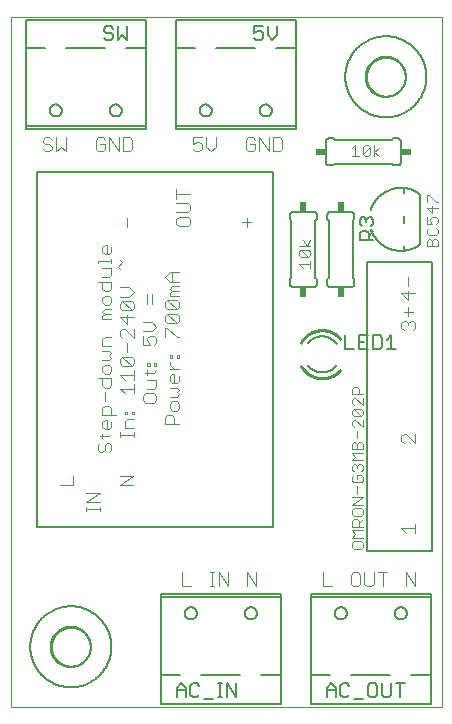
<source format=gto>
G75*
%MOIN*%
%OFA0B0*%
%FSLAX25Y25*%
%IPPOS*%
%LPD*%
%AMOC8*
5,1,8,0,0,1.08239X$1,22.5*
%
%ADD10C,0.00000*%
%ADD11C,0.00400*%
%ADD12C,0.00600*%
%ADD13C,0.00500*%
%ADD14C,0.00800*%
%ADD15C,0.00300*%
%ADD16R,0.02400X0.03400*%
%ADD17R,0.03400X0.02400*%
%ADD18C,0.01000*%
D10*
X0006800Y0001000D02*
X0006800Y0230961D01*
X0150501Y0230961D01*
X0150501Y0001000D01*
X0006800Y0001000D01*
X0020501Y0021000D02*
X0020503Y0021158D01*
X0020509Y0021316D01*
X0020519Y0021474D01*
X0020533Y0021632D01*
X0020551Y0021789D01*
X0020572Y0021946D01*
X0020598Y0022102D01*
X0020628Y0022258D01*
X0020661Y0022413D01*
X0020699Y0022566D01*
X0020740Y0022719D01*
X0020785Y0022871D01*
X0020834Y0023022D01*
X0020887Y0023171D01*
X0020943Y0023319D01*
X0021003Y0023465D01*
X0021067Y0023610D01*
X0021135Y0023753D01*
X0021206Y0023895D01*
X0021280Y0024035D01*
X0021358Y0024172D01*
X0021440Y0024308D01*
X0021524Y0024442D01*
X0021613Y0024573D01*
X0021704Y0024702D01*
X0021799Y0024829D01*
X0021896Y0024954D01*
X0021997Y0025076D01*
X0022101Y0025195D01*
X0022208Y0025312D01*
X0022318Y0025426D01*
X0022431Y0025537D01*
X0022546Y0025646D01*
X0022664Y0025751D01*
X0022785Y0025853D01*
X0022908Y0025953D01*
X0023034Y0026049D01*
X0023162Y0026142D01*
X0023292Y0026232D01*
X0023425Y0026318D01*
X0023560Y0026402D01*
X0023696Y0026481D01*
X0023835Y0026558D01*
X0023976Y0026630D01*
X0024118Y0026700D01*
X0024262Y0026765D01*
X0024408Y0026827D01*
X0024555Y0026885D01*
X0024704Y0026940D01*
X0024854Y0026991D01*
X0025005Y0027038D01*
X0025157Y0027081D01*
X0025310Y0027120D01*
X0025465Y0027156D01*
X0025620Y0027187D01*
X0025776Y0027215D01*
X0025932Y0027239D01*
X0026089Y0027259D01*
X0026247Y0027275D01*
X0026404Y0027287D01*
X0026563Y0027295D01*
X0026721Y0027299D01*
X0026879Y0027299D01*
X0027037Y0027295D01*
X0027196Y0027287D01*
X0027353Y0027275D01*
X0027511Y0027259D01*
X0027668Y0027239D01*
X0027824Y0027215D01*
X0027980Y0027187D01*
X0028135Y0027156D01*
X0028290Y0027120D01*
X0028443Y0027081D01*
X0028595Y0027038D01*
X0028746Y0026991D01*
X0028896Y0026940D01*
X0029045Y0026885D01*
X0029192Y0026827D01*
X0029338Y0026765D01*
X0029482Y0026700D01*
X0029624Y0026630D01*
X0029765Y0026558D01*
X0029904Y0026481D01*
X0030040Y0026402D01*
X0030175Y0026318D01*
X0030308Y0026232D01*
X0030438Y0026142D01*
X0030566Y0026049D01*
X0030692Y0025953D01*
X0030815Y0025853D01*
X0030936Y0025751D01*
X0031054Y0025646D01*
X0031169Y0025537D01*
X0031282Y0025426D01*
X0031392Y0025312D01*
X0031499Y0025195D01*
X0031603Y0025076D01*
X0031704Y0024954D01*
X0031801Y0024829D01*
X0031896Y0024702D01*
X0031987Y0024573D01*
X0032076Y0024442D01*
X0032160Y0024308D01*
X0032242Y0024172D01*
X0032320Y0024035D01*
X0032394Y0023895D01*
X0032465Y0023753D01*
X0032533Y0023610D01*
X0032597Y0023465D01*
X0032657Y0023319D01*
X0032713Y0023171D01*
X0032766Y0023022D01*
X0032815Y0022871D01*
X0032860Y0022719D01*
X0032901Y0022566D01*
X0032939Y0022413D01*
X0032972Y0022258D01*
X0033002Y0022102D01*
X0033028Y0021946D01*
X0033049Y0021789D01*
X0033067Y0021632D01*
X0033081Y0021474D01*
X0033091Y0021316D01*
X0033097Y0021158D01*
X0033099Y0021000D01*
X0033097Y0020842D01*
X0033091Y0020684D01*
X0033081Y0020526D01*
X0033067Y0020368D01*
X0033049Y0020211D01*
X0033028Y0020054D01*
X0033002Y0019898D01*
X0032972Y0019742D01*
X0032939Y0019587D01*
X0032901Y0019434D01*
X0032860Y0019281D01*
X0032815Y0019129D01*
X0032766Y0018978D01*
X0032713Y0018829D01*
X0032657Y0018681D01*
X0032597Y0018535D01*
X0032533Y0018390D01*
X0032465Y0018247D01*
X0032394Y0018105D01*
X0032320Y0017965D01*
X0032242Y0017828D01*
X0032160Y0017692D01*
X0032076Y0017558D01*
X0031987Y0017427D01*
X0031896Y0017298D01*
X0031801Y0017171D01*
X0031704Y0017046D01*
X0031603Y0016924D01*
X0031499Y0016805D01*
X0031392Y0016688D01*
X0031282Y0016574D01*
X0031169Y0016463D01*
X0031054Y0016354D01*
X0030936Y0016249D01*
X0030815Y0016147D01*
X0030692Y0016047D01*
X0030566Y0015951D01*
X0030438Y0015858D01*
X0030308Y0015768D01*
X0030175Y0015682D01*
X0030040Y0015598D01*
X0029904Y0015519D01*
X0029765Y0015442D01*
X0029624Y0015370D01*
X0029482Y0015300D01*
X0029338Y0015235D01*
X0029192Y0015173D01*
X0029045Y0015115D01*
X0028896Y0015060D01*
X0028746Y0015009D01*
X0028595Y0014962D01*
X0028443Y0014919D01*
X0028290Y0014880D01*
X0028135Y0014844D01*
X0027980Y0014813D01*
X0027824Y0014785D01*
X0027668Y0014761D01*
X0027511Y0014741D01*
X0027353Y0014725D01*
X0027196Y0014713D01*
X0027037Y0014705D01*
X0026879Y0014701D01*
X0026721Y0014701D01*
X0026563Y0014705D01*
X0026404Y0014713D01*
X0026247Y0014725D01*
X0026089Y0014741D01*
X0025932Y0014761D01*
X0025776Y0014785D01*
X0025620Y0014813D01*
X0025465Y0014844D01*
X0025310Y0014880D01*
X0025157Y0014919D01*
X0025005Y0014962D01*
X0024854Y0015009D01*
X0024704Y0015060D01*
X0024555Y0015115D01*
X0024408Y0015173D01*
X0024262Y0015235D01*
X0024118Y0015300D01*
X0023976Y0015370D01*
X0023835Y0015442D01*
X0023696Y0015519D01*
X0023560Y0015598D01*
X0023425Y0015682D01*
X0023292Y0015768D01*
X0023162Y0015858D01*
X0023034Y0015951D01*
X0022908Y0016047D01*
X0022785Y0016147D01*
X0022664Y0016249D01*
X0022546Y0016354D01*
X0022431Y0016463D01*
X0022318Y0016574D01*
X0022208Y0016688D01*
X0022101Y0016805D01*
X0021997Y0016924D01*
X0021896Y0017046D01*
X0021799Y0017171D01*
X0021704Y0017298D01*
X0021613Y0017427D01*
X0021524Y0017558D01*
X0021440Y0017692D01*
X0021358Y0017828D01*
X0021280Y0017965D01*
X0021206Y0018105D01*
X0021135Y0018247D01*
X0021067Y0018390D01*
X0021003Y0018535D01*
X0020943Y0018681D01*
X0020887Y0018829D01*
X0020834Y0018978D01*
X0020785Y0019129D01*
X0020740Y0019281D01*
X0020699Y0019434D01*
X0020661Y0019587D01*
X0020628Y0019742D01*
X0020598Y0019898D01*
X0020572Y0020054D01*
X0020551Y0020211D01*
X0020533Y0020368D01*
X0020519Y0020526D01*
X0020509Y0020684D01*
X0020503Y0020842D01*
X0020501Y0021000D01*
X0125501Y0211000D02*
X0125503Y0211158D01*
X0125509Y0211316D01*
X0125519Y0211474D01*
X0125533Y0211632D01*
X0125551Y0211789D01*
X0125572Y0211946D01*
X0125598Y0212102D01*
X0125628Y0212258D01*
X0125661Y0212413D01*
X0125699Y0212566D01*
X0125740Y0212719D01*
X0125785Y0212871D01*
X0125834Y0213022D01*
X0125887Y0213171D01*
X0125943Y0213319D01*
X0126003Y0213465D01*
X0126067Y0213610D01*
X0126135Y0213753D01*
X0126206Y0213895D01*
X0126280Y0214035D01*
X0126358Y0214172D01*
X0126440Y0214308D01*
X0126524Y0214442D01*
X0126613Y0214573D01*
X0126704Y0214702D01*
X0126799Y0214829D01*
X0126896Y0214954D01*
X0126997Y0215076D01*
X0127101Y0215195D01*
X0127208Y0215312D01*
X0127318Y0215426D01*
X0127431Y0215537D01*
X0127546Y0215646D01*
X0127664Y0215751D01*
X0127785Y0215853D01*
X0127908Y0215953D01*
X0128034Y0216049D01*
X0128162Y0216142D01*
X0128292Y0216232D01*
X0128425Y0216318D01*
X0128560Y0216402D01*
X0128696Y0216481D01*
X0128835Y0216558D01*
X0128976Y0216630D01*
X0129118Y0216700D01*
X0129262Y0216765D01*
X0129408Y0216827D01*
X0129555Y0216885D01*
X0129704Y0216940D01*
X0129854Y0216991D01*
X0130005Y0217038D01*
X0130157Y0217081D01*
X0130310Y0217120D01*
X0130465Y0217156D01*
X0130620Y0217187D01*
X0130776Y0217215D01*
X0130932Y0217239D01*
X0131089Y0217259D01*
X0131247Y0217275D01*
X0131404Y0217287D01*
X0131563Y0217295D01*
X0131721Y0217299D01*
X0131879Y0217299D01*
X0132037Y0217295D01*
X0132196Y0217287D01*
X0132353Y0217275D01*
X0132511Y0217259D01*
X0132668Y0217239D01*
X0132824Y0217215D01*
X0132980Y0217187D01*
X0133135Y0217156D01*
X0133290Y0217120D01*
X0133443Y0217081D01*
X0133595Y0217038D01*
X0133746Y0216991D01*
X0133896Y0216940D01*
X0134045Y0216885D01*
X0134192Y0216827D01*
X0134338Y0216765D01*
X0134482Y0216700D01*
X0134624Y0216630D01*
X0134765Y0216558D01*
X0134904Y0216481D01*
X0135040Y0216402D01*
X0135175Y0216318D01*
X0135308Y0216232D01*
X0135438Y0216142D01*
X0135566Y0216049D01*
X0135692Y0215953D01*
X0135815Y0215853D01*
X0135936Y0215751D01*
X0136054Y0215646D01*
X0136169Y0215537D01*
X0136282Y0215426D01*
X0136392Y0215312D01*
X0136499Y0215195D01*
X0136603Y0215076D01*
X0136704Y0214954D01*
X0136801Y0214829D01*
X0136896Y0214702D01*
X0136987Y0214573D01*
X0137076Y0214442D01*
X0137160Y0214308D01*
X0137242Y0214172D01*
X0137320Y0214035D01*
X0137394Y0213895D01*
X0137465Y0213753D01*
X0137533Y0213610D01*
X0137597Y0213465D01*
X0137657Y0213319D01*
X0137713Y0213171D01*
X0137766Y0213022D01*
X0137815Y0212871D01*
X0137860Y0212719D01*
X0137901Y0212566D01*
X0137939Y0212413D01*
X0137972Y0212258D01*
X0138002Y0212102D01*
X0138028Y0211946D01*
X0138049Y0211789D01*
X0138067Y0211632D01*
X0138081Y0211474D01*
X0138091Y0211316D01*
X0138097Y0211158D01*
X0138099Y0211000D01*
X0138097Y0210842D01*
X0138091Y0210684D01*
X0138081Y0210526D01*
X0138067Y0210368D01*
X0138049Y0210211D01*
X0138028Y0210054D01*
X0138002Y0209898D01*
X0137972Y0209742D01*
X0137939Y0209587D01*
X0137901Y0209434D01*
X0137860Y0209281D01*
X0137815Y0209129D01*
X0137766Y0208978D01*
X0137713Y0208829D01*
X0137657Y0208681D01*
X0137597Y0208535D01*
X0137533Y0208390D01*
X0137465Y0208247D01*
X0137394Y0208105D01*
X0137320Y0207965D01*
X0137242Y0207828D01*
X0137160Y0207692D01*
X0137076Y0207558D01*
X0136987Y0207427D01*
X0136896Y0207298D01*
X0136801Y0207171D01*
X0136704Y0207046D01*
X0136603Y0206924D01*
X0136499Y0206805D01*
X0136392Y0206688D01*
X0136282Y0206574D01*
X0136169Y0206463D01*
X0136054Y0206354D01*
X0135936Y0206249D01*
X0135815Y0206147D01*
X0135692Y0206047D01*
X0135566Y0205951D01*
X0135438Y0205858D01*
X0135308Y0205768D01*
X0135175Y0205682D01*
X0135040Y0205598D01*
X0134904Y0205519D01*
X0134765Y0205442D01*
X0134624Y0205370D01*
X0134482Y0205300D01*
X0134338Y0205235D01*
X0134192Y0205173D01*
X0134045Y0205115D01*
X0133896Y0205060D01*
X0133746Y0205009D01*
X0133595Y0204962D01*
X0133443Y0204919D01*
X0133290Y0204880D01*
X0133135Y0204844D01*
X0132980Y0204813D01*
X0132824Y0204785D01*
X0132668Y0204761D01*
X0132511Y0204741D01*
X0132353Y0204725D01*
X0132196Y0204713D01*
X0132037Y0204705D01*
X0131879Y0204701D01*
X0131721Y0204701D01*
X0131563Y0204705D01*
X0131404Y0204713D01*
X0131247Y0204725D01*
X0131089Y0204741D01*
X0130932Y0204761D01*
X0130776Y0204785D01*
X0130620Y0204813D01*
X0130465Y0204844D01*
X0130310Y0204880D01*
X0130157Y0204919D01*
X0130005Y0204962D01*
X0129854Y0205009D01*
X0129704Y0205060D01*
X0129555Y0205115D01*
X0129408Y0205173D01*
X0129262Y0205235D01*
X0129118Y0205300D01*
X0128976Y0205370D01*
X0128835Y0205442D01*
X0128696Y0205519D01*
X0128560Y0205598D01*
X0128425Y0205682D01*
X0128292Y0205768D01*
X0128162Y0205858D01*
X0128034Y0205951D01*
X0127908Y0206047D01*
X0127785Y0206147D01*
X0127664Y0206249D01*
X0127546Y0206354D01*
X0127431Y0206463D01*
X0127318Y0206574D01*
X0127208Y0206688D01*
X0127101Y0206805D01*
X0126997Y0206924D01*
X0126896Y0207046D01*
X0126799Y0207171D01*
X0126704Y0207298D01*
X0126613Y0207427D01*
X0126524Y0207558D01*
X0126440Y0207692D01*
X0126358Y0207828D01*
X0126280Y0207965D01*
X0126206Y0208105D01*
X0126135Y0208247D01*
X0126067Y0208390D01*
X0126003Y0208535D01*
X0125943Y0208681D01*
X0125887Y0208829D01*
X0125834Y0208978D01*
X0125785Y0209129D01*
X0125740Y0209281D01*
X0125699Y0209434D01*
X0125661Y0209587D01*
X0125628Y0209742D01*
X0125598Y0209898D01*
X0125572Y0210054D01*
X0125551Y0210211D01*
X0125533Y0210368D01*
X0125519Y0210526D01*
X0125509Y0210684D01*
X0125503Y0210842D01*
X0125501Y0211000D01*
D11*
X0125949Y0188303D02*
X0126550Y0187703D01*
X0124148Y0185301D01*
X0124748Y0184700D01*
X0125949Y0184700D01*
X0126550Y0185301D01*
X0126550Y0187703D01*
X0125949Y0188303D02*
X0124748Y0188303D01*
X0124148Y0187703D01*
X0124148Y0185301D01*
X0122866Y0184700D02*
X0120464Y0184700D01*
X0121665Y0184700D02*
X0121665Y0188303D01*
X0120464Y0187102D01*
X0127831Y0185901D02*
X0129632Y0187102D01*
X0127831Y0185901D02*
X0129632Y0184700D01*
X0127831Y0184700D02*
X0127831Y0188303D01*
X0145497Y0171627D02*
X0145497Y0169225D01*
X0145497Y0167343D02*
X0147298Y0165542D01*
X0147298Y0167944D01*
X0148499Y0169225D02*
X0146097Y0171627D01*
X0145497Y0171627D01*
X0148499Y0169225D02*
X0149100Y0169225D01*
X0149100Y0167343D02*
X0145497Y0167343D01*
X0145497Y0164260D02*
X0145497Y0161858D01*
X0147298Y0161858D01*
X0146698Y0163059D01*
X0146698Y0163660D01*
X0147298Y0164260D01*
X0148499Y0164260D01*
X0149100Y0163660D01*
X0149100Y0162459D01*
X0148499Y0161858D01*
X0148499Y0160577D02*
X0149100Y0159977D01*
X0149100Y0158776D01*
X0148499Y0158175D01*
X0146097Y0158175D01*
X0145497Y0158776D01*
X0145497Y0159977D01*
X0146097Y0160577D01*
X0146097Y0156894D02*
X0145497Y0156294D01*
X0145497Y0154492D01*
X0149100Y0154492D01*
X0149100Y0156294D01*
X0148499Y0156894D01*
X0147899Y0156894D01*
X0147298Y0156294D01*
X0147298Y0154492D01*
X0147298Y0156294D02*
X0146698Y0156894D01*
X0146097Y0156894D01*
X0139298Y0144269D02*
X0139298Y0141200D01*
X0139298Y0139665D02*
X0139298Y0136596D01*
X0136996Y0138898D01*
X0141600Y0138898D01*
X0139298Y0134269D02*
X0139298Y0131200D01*
X0138531Y0129665D02*
X0137763Y0129665D01*
X0136996Y0128898D01*
X0136996Y0127363D01*
X0137763Y0126596D01*
X0139298Y0128131D02*
X0139298Y0128898D01*
X0140065Y0129665D01*
X0140833Y0129665D01*
X0141600Y0128898D01*
X0141600Y0127363D01*
X0140833Y0126596D01*
X0139298Y0128898D02*
X0138531Y0129665D01*
X0137763Y0132735D02*
X0140833Y0132735D01*
X0141600Y0091967D02*
X0141600Y0088898D01*
X0138531Y0091967D01*
X0137763Y0091967D01*
X0136996Y0091200D01*
X0136996Y0089665D01*
X0137763Y0088898D01*
X0141600Y0061967D02*
X0141600Y0058898D01*
X0141600Y0060433D02*
X0136996Y0060433D01*
X0138531Y0058898D01*
X0138510Y0045804D02*
X0141579Y0041200D01*
X0141579Y0045804D01*
X0138510Y0045804D02*
X0138510Y0041200D01*
X0132371Y0045804D02*
X0129302Y0045804D01*
X0130837Y0045804D02*
X0130837Y0041200D01*
X0127767Y0041967D02*
X0127767Y0045804D01*
X0127767Y0041967D02*
X0127000Y0041200D01*
X0125465Y0041200D01*
X0124698Y0041967D01*
X0124698Y0045804D01*
X0123163Y0045037D02*
X0123163Y0041967D01*
X0122396Y0041200D01*
X0120861Y0041200D01*
X0120094Y0041967D01*
X0120094Y0045037D01*
X0120861Y0045804D01*
X0122396Y0045804D01*
X0123163Y0045037D01*
X0113956Y0041200D02*
X0110886Y0041200D01*
X0110886Y0045804D01*
X0088510Y0045804D02*
X0088510Y0041200D01*
X0085441Y0045804D01*
X0085441Y0041200D01*
X0079302Y0041200D02*
X0079302Y0045804D01*
X0076233Y0045804D02*
X0076233Y0041200D01*
X0074698Y0041200D02*
X0073163Y0041200D01*
X0073931Y0041200D02*
X0073931Y0045804D01*
X0074698Y0045804D02*
X0073163Y0045804D01*
X0076233Y0045804D02*
X0079302Y0041200D01*
X0067025Y0041200D02*
X0063956Y0041200D01*
X0063956Y0045804D01*
X0047702Y0074980D02*
X0043098Y0074980D01*
X0047702Y0078049D01*
X0043098Y0078049D01*
X0039583Y0085903D02*
X0040350Y0086670D01*
X0040350Y0088205D01*
X0039583Y0088972D01*
X0038815Y0088972D01*
X0038048Y0088205D01*
X0038048Y0086670D01*
X0037281Y0085903D01*
X0036513Y0085903D01*
X0035746Y0086670D01*
X0035746Y0088205D01*
X0036513Y0088972D01*
X0037281Y0090507D02*
X0037281Y0092042D01*
X0036513Y0091274D02*
X0039583Y0091274D01*
X0040350Y0092042D01*
X0039583Y0093576D02*
X0038048Y0093576D01*
X0037281Y0094344D01*
X0037281Y0095878D01*
X0038048Y0096646D01*
X0038815Y0096646D01*
X0038815Y0093576D01*
X0039583Y0093576D02*
X0040350Y0094344D01*
X0040350Y0095878D01*
X0040350Y0098180D02*
X0040350Y0100482D01*
X0039583Y0101250D01*
X0038048Y0101250D01*
X0037281Y0100482D01*
X0037281Y0098180D01*
X0041885Y0098180D01*
X0044781Y0098564D02*
X0045548Y0098564D01*
X0045548Y0099331D01*
X0044781Y0099331D01*
X0044781Y0098564D01*
X0045548Y0097029D02*
X0047850Y0097029D01*
X0047850Y0098564D02*
X0047083Y0098564D01*
X0047083Y0099331D01*
X0047850Y0099331D01*
X0047850Y0098564D01*
X0045548Y0097029D02*
X0044781Y0096262D01*
X0044781Y0093960D01*
X0047850Y0093960D01*
X0047850Y0092425D02*
X0047850Y0090891D01*
X0047850Y0091658D02*
X0043246Y0091658D01*
X0043246Y0090891D02*
X0043246Y0092425D01*
X0038048Y0102784D02*
X0038048Y0105854D01*
X0038048Y0107388D02*
X0037281Y0108155D01*
X0037281Y0110457D01*
X0035746Y0110457D02*
X0040350Y0110457D01*
X0040350Y0108155D01*
X0039583Y0107388D01*
X0038048Y0107388D01*
X0038048Y0111992D02*
X0039583Y0111992D01*
X0040350Y0112759D01*
X0040350Y0114294D01*
X0039583Y0115061D01*
X0038048Y0115061D01*
X0037281Y0114294D01*
X0037281Y0112759D01*
X0038048Y0111992D01*
X0037281Y0116596D02*
X0039583Y0116596D01*
X0040350Y0117363D01*
X0039583Y0118131D01*
X0040350Y0118898D01*
X0039583Y0119665D01*
X0037281Y0119665D01*
X0037281Y0121200D02*
X0037281Y0123502D01*
X0038048Y0124269D01*
X0040350Y0124269D01*
X0040350Y0121200D02*
X0037281Y0121200D01*
X0043246Y0124653D02*
X0044013Y0123886D01*
X0043246Y0124653D02*
X0043246Y0126188D01*
X0044013Y0126955D01*
X0044781Y0126955D01*
X0047850Y0123886D01*
X0047850Y0126955D01*
X0045548Y0128489D02*
X0045548Y0131559D01*
X0044013Y0133093D02*
X0043246Y0133861D01*
X0043246Y0135395D01*
X0044013Y0136163D01*
X0047083Y0133093D01*
X0047850Y0133861D01*
X0047850Y0135395D01*
X0047083Y0136163D01*
X0044013Y0136163D01*
X0043246Y0137697D02*
X0046315Y0137697D01*
X0047850Y0139232D01*
X0046315Y0140767D01*
X0043246Y0140767D01*
X0040350Y0140383D02*
X0039583Y0139616D01*
X0038048Y0139616D01*
X0037281Y0140383D01*
X0037281Y0142685D01*
X0037281Y0144220D02*
X0039583Y0144220D01*
X0040350Y0144987D01*
X0040350Y0147289D01*
X0037281Y0147289D01*
X0035746Y0148823D02*
X0035746Y0149591D01*
X0040350Y0149591D01*
X0040350Y0150358D02*
X0040350Y0148823D01*
X0042479Y0147672D02*
X0044013Y0149207D01*
X0043246Y0149974D01*
X0042479Y0147672D02*
X0043246Y0146905D01*
X0040350Y0142685D02*
X0040350Y0140383D01*
X0040350Y0142685D02*
X0035746Y0142685D01*
X0038048Y0138081D02*
X0037281Y0137314D01*
X0037281Y0135779D01*
X0038048Y0135012D01*
X0039583Y0135012D01*
X0040350Y0135779D01*
X0040350Y0137314D01*
X0039583Y0138081D01*
X0038048Y0138081D01*
X0038048Y0133477D02*
X0040350Y0133477D01*
X0040350Y0131942D02*
X0038048Y0131942D01*
X0037281Y0132710D01*
X0038048Y0133477D01*
X0038048Y0131942D02*
X0037281Y0131175D01*
X0037281Y0130408D01*
X0040350Y0130408D01*
X0043246Y0130791D02*
X0045548Y0128489D01*
X0047850Y0130791D02*
X0043246Y0130791D01*
X0044013Y0133093D02*
X0047083Y0133093D01*
X0050746Y0129257D02*
X0053815Y0129257D01*
X0055350Y0127722D01*
X0053815Y0126188D01*
X0050746Y0126188D01*
X0050746Y0124653D02*
X0050746Y0121584D01*
X0053048Y0121584D01*
X0052281Y0123118D01*
X0052281Y0123886D01*
X0053048Y0124653D01*
X0054583Y0124653D01*
X0055350Y0123886D01*
X0055350Y0122351D01*
X0054583Y0121584D01*
X0058246Y0124269D02*
X0058246Y0127338D01*
X0059013Y0127338D01*
X0062083Y0124269D01*
X0062850Y0124269D01*
X0062083Y0128873D02*
X0059013Y0128873D01*
X0058246Y0129640D01*
X0058246Y0131175D01*
X0059013Y0131942D01*
X0062083Y0128873D01*
X0062850Y0129640D01*
X0062850Y0131175D01*
X0062083Y0131942D01*
X0059013Y0131942D01*
X0059013Y0133477D02*
X0058246Y0134244D01*
X0058246Y0135779D01*
X0059013Y0136546D01*
X0062083Y0133477D01*
X0062850Y0134244D01*
X0062850Y0135779D01*
X0062083Y0136546D01*
X0059013Y0136546D01*
X0059781Y0138081D02*
X0059781Y0138848D01*
X0060548Y0139616D01*
X0059781Y0140383D01*
X0060548Y0141150D01*
X0062850Y0141150D01*
X0062850Y0139616D02*
X0060548Y0139616D01*
X0059781Y0138081D02*
X0062850Y0138081D01*
X0062850Y0142685D02*
X0059781Y0142685D01*
X0058246Y0144220D01*
X0059781Y0145754D01*
X0062850Y0145754D01*
X0060548Y0145754D02*
X0060548Y0142685D01*
X0053815Y0138465D02*
X0053815Y0135395D01*
X0052281Y0135395D02*
X0052281Y0138465D01*
X0059013Y0133477D02*
X0062083Y0133477D01*
X0062083Y0118131D02*
X0062850Y0118131D01*
X0062850Y0117363D01*
X0062083Y0117363D01*
X0062083Y0118131D01*
X0060548Y0118131D02*
X0060548Y0117363D01*
X0059781Y0117363D01*
X0059781Y0118131D01*
X0060548Y0118131D01*
X0059781Y0115829D02*
X0059781Y0115061D01*
X0061315Y0113527D01*
X0059781Y0113527D02*
X0062850Y0113527D01*
X0061315Y0111992D02*
X0061315Y0108923D01*
X0060548Y0108923D02*
X0059781Y0109690D01*
X0059781Y0111225D01*
X0060548Y0111992D01*
X0061315Y0111992D01*
X0062850Y0111225D02*
X0062850Y0109690D01*
X0062083Y0108923D01*
X0060548Y0108923D01*
X0059781Y0107388D02*
X0062083Y0107388D01*
X0062850Y0106621D01*
X0062083Y0105854D01*
X0062850Y0105086D01*
X0062083Y0104319D01*
X0059781Y0104319D01*
X0060548Y0102784D02*
X0059781Y0102017D01*
X0059781Y0100482D01*
X0060548Y0099715D01*
X0062083Y0099715D01*
X0062850Y0100482D01*
X0062850Y0102017D01*
X0062083Y0102784D01*
X0060548Y0102784D01*
X0060548Y0098180D02*
X0059013Y0098180D01*
X0058246Y0097413D01*
X0058246Y0095111D01*
X0062850Y0095111D01*
X0061315Y0095111D02*
X0061315Y0097413D01*
X0060548Y0098180D01*
X0055350Y0103168D02*
X0055350Y0104703D01*
X0054583Y0105470D01*
X0051513Y0105470D01*
X0050746Y0104703D01*
X0050746Y0103168D01*
X0051513Y0102401D01*
X0054583Y0102401D01*
X0055350Y0103168D01*
X0054583Y0107005D02*
X0055350Y0107772D01*
X0055350Y0110074D01*
X0052281Y0110074D01*
X0052281Y0111608D02*
X0052281Y0113143D01*
X0051513Y0112376D02*
X0054583Y0112376D01*
X0055350Y0113143D01*
X0055350Y0114678D02*
X0054583Y0114678D01*
X0054583Y0115445D01*
X0055350Y0115445D01*
X0055350Y0114678D01*
X0053048Y0114678D02*
X0052281Y0114678D01*
X0052281Y0115445D01*
X0053048Y0115445D01*
X0053048Y0114678D01*
X0047850Y0115445D02*
X0047083Y0114678D01*
X0044013Y0117747D01*
X0047083Y0117747D01*
X0047850Y0116980D01*
X0047850Y0115445D01*
X0047083Y0114678D02*
X0044013Y0114678D01*
X0043246Y0115445D01*
X0043246Y0116980D01*
X0044013Y0117747D01*
X0045548Y0119282D02*
X0045548Y0122351D01*
X0047850Y0113143D02*
X0047850Y0110074D01*
X0047850Y0111608D02*
X0043246Y0111608D01*
X0044781Y0110074D01*
X0047850Y0108539D02*
X0047850Y0105470D01*
X0047850Y0107004D02*
X0043246Y0107004D01*
X0044781Y0105470D01*
X0052281Y0107005D02*
X0054583Y0107005D01*
X0036600Y0072339D02*
X0031996Y0072339D01*
X0031996Y0069269D02*
X0036600Y0072339D01*
X0036600Y0069269D02*
X0031996Y0069269D01*
X0031996Y0067735D02*
X0031996Y0066200D01*
X0031996Y0066967D02*
X0036600Y0066967D01*
X0036600Y0066200D02*
X0036600Y0067735D01*
X0027702Y0074980D02*
X0027702Y0078049D01*
X0027702Y0074980D02*
X0023098Y0074980D01*
X0038048Y0151893D02*
X0037281Y0152660D01*
X0037281Y0154195D01*
X0038048Y0154962D01*
X0038815Y0154962D01*
X0038815Y0151893D01*
X0038048Y0151893D02*
X0039583Y0151893D01*
X0040350Y0152660D01*
X0040350Y0154195D01*
X0045400Y0160927D02*
X0045400Y0163996D01*
X0044302Y0186200D02*
X0046604Y0186200D01*
X0047371Y0186967D01*
X0047371Y0190037D01*
X0046604Y0190804D01*
X0044302Y0190804D01*
X0044302Y0186200D01*
X0042767Y0186200D02*
X0042767Y0190804D01*
X0039698Y0190804D02*
X0039698Y0186200D01*
X0038163Y0186967D02*
X0038163Y0188502D01*
X0036629Y0188502D01*
X0038163Y0190037D02*
X0037396Y0190804D01*
X0035861Y0190804D01*
X0035094Y0190037D01*
X0035094Y0186967D01*
X0035861Y0186200D01*
X0037396Y0186200D01*
X0038163Y0186967D01*
X0039698Y0190804D02*
X0042767Y0186200D01*
X0025069Y0186200D02*
X0025069Y0190804D01*
X0023535Y0187735D02*
X0025069Y0186200D01*
X0023535Y0187735D02*
X0022000Y0186200D01*
X0022000Y0190804D01*
X0020465Y0190037D02*
X0019698Y0190804D01*
X0018163Y0190804D01*
X0017396Y0190037D01*
X0017396Y0189269D01*
X0018163Y0188502D01*
X0019698Y0188502D01*
X0020465Y0187735D01*
X0020465Y0186967D01*
X0019698Y0186200D01*
X0018163Y0186200D01*
X0017396Y0186967D01*
X0061996Y0173477D02*
X0061996Y0170408D01*
X0061996Y0171942D02*
X0066600Y0171942D01*
X0065833Y0168873D02*
X0061996Y0168873D01*
X0061996Y0165804D02*
X0065833Y0165804D01*
X0066600Y0166571D01*
X0066600Y0168106D01*
X0065833Y0168873D01*
X0065833Y0164269D02*
X0062763Y0164269D01*
X0061996Y0163502D01*
X0061996Y0161967D01*
X0062763Y0161200D01*
X0065833Y0161200D01*
X0066600Y0161967D01*
X0066600Y0163502D01*
X0065833Y0164269D01*
X0068163Y0186200D02*
X0067396Y0186967D01*
X0068163Y0186200D02*
X0069698Y0186200D01*
X0070465Y0186967D01*
X0070465Y0188502D01*
X0069698Y0189269D01*
X0068931Y0189269D01*
X0067396Y0188502D01*
X0067396Y0190804D01*
X0070465Y0190804D01*
X0072000Y0190804D02*
X0072000Y0187735D01*
X0073535Y0186200D01*
X0075069Y0187735D01*
X0075069Y0190804D01*
X0085094Y0190037D02*
X0085094Y0186967D01*
X0085861Y0186200D01*
X0087396Y0186200D01*
X0088163Y0186967D01*
X0088163Y0188502D01*
X0086629Y0188502D01*
X0088163Y0190037D02*
X0087396Y0190804D01*
X0085861Y0190804D01*
X0085094Y0190037D01*
X0089698Y0190804D02*
X0089698Y0186200D01*
X0092767Y0186200D02*
X0089698Y0190804D01*
X0092767Y0190804D02*
X0092767Y0186200D01*
X0094302Y0186200D02*
X0096604Y0186200D01*
X0097371Y0186967D01*
X0097371Y0190037D01*
X0096604Y0190804D01*
X0094302Y0190804D01*
X0094302Y0186200D01*
X0085400Y0163996D02*
X0085400Y0160927D01*
X0083866Y0162461D02*
X0086935Y0162461D01*
X0102997Y0154666D02*
X0106600Y0154666D01*
X0105399Y0154666D02*
X0106600Y0156468D01*
X0105399Y0154666D02*
X0104198Y0156468D01*
X0103597Y0153385D02*
X0105999Y0150983D01*
X0106600Y0151584D01*
X0106600Y0152785D01*
X0105999Y0153385D01*
X0103597Y0153385D01*
X0102997Y0152785D01*
X0102997Y0151584D01*
X0103597Y0150983D01*
X0105999Y0150983D01*
X0106600Y0149702D02*
X0106600Y0147300D01*
X0106600Y0148501D02*
X0102997Y0148501D01*
X0104198Y0147300D01*
D12*
X0100300Y0144000D02*
X0100300Y0163000D01*
X0099800Y0163500D01*
X0099800Y0165000D01*
X0099802Y0165060D01*
X0099807Y0165121D01*
X0099816Y0165180D01*
X0099829Y0165239D01*
X0099845Y0165298D01*
X0099865Y0165355D01*
X0099888Y0165410D01*
X0099915Y0165465D01*
X0099944Y0165517D01*
X0099977Y0165568D01*
X0100013Y0165617D01*
X0100051Y0165663D01*
X0100093Y0165707D01*
X0100137Y0165749D01*
X0100183Y0165787D01*
X0100232Y0165823D01*
X0100283Y0165856D01*
X0100335Y0165885D01*
X0100390Y0165912D01*
X0100445Y0165935D01*
X0100502Y0165955D01*
X0100561Y0165971D01*
X0100620Y0165984D01*
X0100679Y0165993D01*
X0100740Y0165998D01*
X0100800Y0166000D01*
X0107800Y0166000D01*
X0107860Y0165998D01*
X0107921Y0165993D01*
X0107980Y0165984D01*
X0108039Y0165971D01*
X0108098Y0165955D01*
X0108155Y0165935D01*
X0108210Y0165912D01*
X0108265Y0165885D01*
X0108317Y0165856D01*
X0108368Y0165823D01*
X0108417Y0165787D01*
X0108463Y0165749D01*
X0108507Y0165707D01*
X0108549Y0165663D01*
X0108587Y0165617D01*
X0108623Y0165568D01*
X0108656Y0165517D01*
X0108685Y0165465D01*
X0108712Y0165410D01*
X0108735Y0165355D01*
X0108755Y0165298D01*
X0108771Y0165239D01*
X0108784Y0165180D01*
X0108793Y0165121D01*
X0108798Y0165060D01*
X0108800Y0165000D01*
X0108800Y0163500D01*
X0108300Y0163000D01*
X0108300Y0144000D01*
X0108800Y0143500D01*
X0108800Y0142000D01*
X0108798Y0141940D01*
X0108793Y0141879D01*
X0108784Y0141820D01*
X0108771Y0141761D01*
X0108755Y0141702D01*
X0108735Y0141645D01*
X0108712Y0141590D01*
X0108685Y0141535D01*
X0108656Y0141483D01*
X0108623Y0141432D01*
X0108587Y0141383D01*
X0108549Y0141337D01*
X0108507Y0141293D01*
X0108463Y0141251D01*
X0108417Y0141213D01*
X0108368Y0141177D01*
X0108317Y0141144D01*
X0108265Y0141115D01*
X0108210Y0141088D01*
X0108155Y0141065D01*
X0108098Y0141045D01*
X0108039Y0141029D01*
X0107980Y0141016D01*
X0107921Y0141007D01*
X0107860Y0141002D01*
X0107800Y0141000D01*
X0100800Y0141000D01*
X0100740Y0141002D01*
X0100679Y0141007D01*
X0100620Y0141016D01*
X0100561Y0141029D01*
X0100502Y0141045D01*
X0100445Y0141065D01*
X0100390Y0141088D01*
X0100335Y0141115D01*
X0100283Y0141144D01*
X0100232Y0141177D01*
X0100183Y0141213D01*
X0100137Y0141251D01*
X0100093Y0141293D01*
X0100051Y0141337D01*
X0100013Y0141383D01*
X0099977Y0141432D01*
X0099944Y0141483D01*
X0099915Y0141535D01*
X0099888Y0141590D01*
X0099865Y0141645D01*
X0099845Y0141702D01*
X0099829Y0141761D01*
X0099816Y0141820D01*
X0099807Y0141879D01*
X0099802Y0141940D01*
X0099800Y0142000D01*
X0099800Y0143500D01*
X0100300Y0144000D01*
X0112300Y0143500D02*
X0112300Y0142000D01*
X0112302Y0141940D01*
X0112307Y0141879D01*
X0112316Y0141820D01*
X0112329Y0141761D01*
X0112345Y0141702D01*
X0112365Y0141645D01*
X0112388Y0141590D01*
X0112415Y0141535D01*
X0112444Y0141483D01*
X0112477Y0141432D01*
X0112513Y0141383D01*
X0112551Y0141337D01*
X0112593Y0141293D01*
X0112637Y0141251D01*
X0112683Y0141213D01*
X0112732Y0141177D01*
X0112783Y0141144D01*
X0112835Y0141115D01*
X0112890Y0141088D01*
X0112945Y0141065D01*
X0113002Y0141045D01*
X0113061Y0141029D01*
X0113120Y0141016D01*
X0113179Y0141007D01*
X0113240Y0141002D01*
X0113300Y0141000D01*
X0120300Y0141000D01*
X0120360Y0141002D01*
X0120421Y0141007D01*
X0120480Y0141016D01*
X0120539Y0141029D01*
X0120598Y0141045D01*
X0120655Y0141065D01*
X0120710Y0141088D01*
X0120765Y0141115D01*
X0120817Y0141144D01*
X0120868Y0141177D01*
X0120917Y0141213D01*
X0120963Y0141251D01*
X0121007Y0141293D01*
X0121049Y0141337D01*
X0121087Y0141383D01*
X0121123Y0141432D01*
X0121156Y0141483D01*
X0121185Y0141535D01*
X0121212Y0141590D01*
X0121235Y0141645D01*
X0121255Y0141702D01*
X0121271Y0141761D01*
X0121284Y0141820D01*
X0121293Y0141879D01*
X0121298Y0141940D01*
X0121300Y0142000D01*
X0121300Y0143500D01*
X0120800Y0144000D01*
X0120800Y0163000D01*
X0121300Y0163500D01*
X0121300Y0165000D01*
X0121298Y0165060D01*
X0121293Y0165121D01*
X0121284Y0165180D01*
X0121271Y0165239D01*
X0121255Y0165298D01*
X0121235Y0165355D01*
X0121212Y0165410D01*
X0121185Y0165465D01*
X0121156Y0165517D01*
X0121123Y0165568D01*
X0121087Y0165617D01*
X0121049Y0165663D01*
X0121007Y0165707D01*
X0120963Y0165749D01*
X0120917Y0165787D01*
X0120868Y0165823D01*
X0120817Y0165856D01*
X0120765Y0165885D01*
X0120710Y0165912D01*
X0120655Y0165935D01*
X0120598Y0165955D01*
X0120539Y0165971D01*
X0120480Y0165984D01*
X0120421Y0165993D01*
X0120360Y0165998D01*
X0120300Y0166000D01*
X0113300Y0166000D01*
X0113240Y0165998D01*
X0113179Y0165993D01*
X0113120Y0165984D01*
X0113061Y0165971D01*
X0113002Y0165955D01*
X0112945Y0165935D01*
X0112890Y0165912D01*
X0112835Y0165885D01*
X0112783Y0165856D01*
X0112732Y0165823D01*
X0112683Y0165787D01*
X0112637Y0165749D01*
X0112593Y0165707D01*
X0112551Y0165663D01*
X0112513Y0165617D01*
X0112477Y0165568D01*
X0112444Y0165517D01*
X0112415Y0165465D01*
X0112388Y0165410D01*
X0112365Y0165355D01*
X0112345Y0165298D01*
X0112329Y0165239D01*
X0112316Y0165180D01*
X0112307Y0165121D01*
X0112302Y0165060D01*
X0112300Y0165000D01*
X0112300Y0163500D01*
X0112800Y0163000D01*
X0112800Y0144000D01*
X0112300Y0143500D01*
X0105814Y0114817D02*
X0105908Y0114698D01*
X0106006Y0114582D01*
X0106106Y0114468D01*
X0106210Y0114357D01*
X0106316Y0114249D01*
X0106424Y0114143D01*
X0106536Y0114041D01*
X0106650Y0113941D01*
X0106766Y0113843D01*
X0106885Y0113749D01*
X0107006Y0113658D01*
X0107130Y0113570D01*
X0107256Y0113485D01*
X0107383Y0113404D01*
X0107513Y0113325D01*
X0107645Y0113250D01*
X0107778Y0113179D01*
X0107914Y0113110D01*
X0108051Y0113045D01*
X0108189Y0112984D01*
X0108330Y0112926D01*
X0108471Y0112872D01*
X0108614Y0112821D01*
X0108758Y0112774D01*
X0108903Y0112730D01*
X0109050Y0112691D01*
X0109197Y0112655D01*
X0109345Y0112622D01*
X0109494Y0112594D01*
X0109644Y0112569D01*
X0109794Y0112548D01*
X0109944Y0112531D01*
X0110096Y0112517D01*
X0110247Y0112508D01*
X0110398Y0112502D01*
X0110550Y0112500D01*
X0105750Y0122100D02*
X0105842Y0122219D01*
X0105936Y0122336D01*
X0106034Y0122450D01*
X0106134Y0122562D01*
X0106238Y0122672D01*
X0106343Y0122778D01*
X0106452Y0122883D01*
X0106563Y0122984D01*
X0106677Y0123082D01*
X0106793Y0123178D01*
X0106911Y0123271D01*
X0107032Y0123360D01*
X0107155Y0123447D01*
X0107280Y0123530D01*
X0107407Y0123611D01*
X0107536Y0123688D01*
X0107667Y0123762D01*
X0107800Y0123833D01*
X0107934Y0123900D01*
X0108070Y0123964D01*
X0108208Y0124024D01*
X0108347Y0124081D01*
X0108488Y0124134D01*
X0108630Y0124184D01*
X0108773Y0124231D01*
X0108917Y0124273D01*
X0109062Y0124313D01*
X0109208Y0124348D01*
X0109355Y0124380D01*
X0109503Y0124408D01*
X0109651Y0124432D01*
X0109800Y0124453D01*
X0109950Y0124470D01*
X0110099Y0124483D01*
X0110249Y0124492D01*
X0110400Y0124498D01*
X0110550Y0124500D01*
X0115286Y0114817D02*
X0115192Y0114698D01*
X0115094Y0114582D01*
X0114994Y0114468D01*
X0114890Y0114357D01*
X0114784Y0114249D01*
X0114676Y0114143D01*
X0114564Y0114041D01*
X0114450Y0113941D01*
X0114334Y0113843D01*
X0114215Y0113749D01*
X0114094Y0113658D01*
X0113970Y0113570D01*
X0113844Y0113485D01*
X0113717Y0113404D01*
X0113587Y0113325D01*
X0113455Y0113250D01*
X0113322Y0113179D01*
X0113186Y0113110D01*
X0113049Y0113045D01*
X0112911Y0112984D01*
X0112770Y0112926D01*
X0112629Y0112872D01*
X0112486Y0112821D01*
X0112342Y0112774D01*
X0112197Y0112730D01*
X0112050Y0112691D01*
X0111903Y0112655D01*
X0111755Y0112622D01*
X0111606Y0112594D01*
X0111456Y0112569D01*
X0111306Y0112548D01*
X0111156Y0112531D01*
X0111004Y0112517D01*
X0110853Y0112508D01*
X0110702Y0112502D01*
X0110550Y0112500D01*
X0115432Y0121987D02*
X0115341Y0122112D01*
X0115247Y0122234D01*
X0115149Y0122353D01*
X0115049Y0122470D01*
X0114945Y0122584D01*
X0114839Y0122696D01*
X0114730Y0122804D01*
X0114618Y0122910D01*
X0114503Y0123013D01*
X0114386Y0123113D01*
X0114266Y0123211D01*
X0114144Y0123304D01*
X0114020Y0123395D01*
X0113893Y0123483D01*
X0113764Y0123567D01*
X0113632Y0123648D01*
X0113499Y0123725D01*
X0113364Y0123799D01*
X0113227Y0123870D01*
X0113088Y0123937D01*
X0112948Y0124000D01*
X0112805Y0124060D01*
X0112662Y0124116D01*
X0112517Y0124168D01*
X0112371Y0124217D01*
X0112223Y0124262D01*
X0112075Y0124303D01*
X0111925Y0124340D01*
X0111775Y0124374D01*
X0111623Y0124403D01*
X0111471Y0124429D01*
X0111319Y0124451D01*
X0111166Y0124468D01*
X0111012Y0124482D01*
X0110858Y0124492D01*
X0110704Y0124498D01*
X0110550Y0124500D01*
X0112800Y0181500D02*
X0114300Y0181500D01*
X0114800Y0182000D01*
X0133800Y0182000D01*
X0134300Y0181500D01*
X0135800Y0181500D01*
X0135860Y0181502D01*
X0135921Y0181507D01*
X0135980Y0181516D01*
X0136039Y0181529D01*
X0136098Y0181545D01*
X0136155Y0181565D01*
X0136210Y0181588D01*
X0136265Y0181615D01*
X0136317Y0181644D01*
X0136368Y0181677D01*
X0136417Y0181713D01*
X0136463Y0181751D01*
X0136507Y0181793D01*
X0136549Y0181837D01*
X0136587Y0181883D01*
X0136623Y0181932D01*
X0136656Y0181983D01*
X0136685Y0182035D01*
X0136712Y0182090D01*
X0136735Y0182145D01*
X0136755Y0182202D01*
X0136771Y0182261D01*
X0136784Y0182320D01*
X0136793Y0182379D01*
X0136798Y0182440D01*
X0136800Y0182500D01*
X0136800Y0189500D01*
X0136798Y0189560D01*
X0136793Y0189621D01*
X0136784Y0189680D01*
X0136771Y0189739D01*
X0136755Y0189798D01*
X0136735Y0189855D01*
X0136712Y0189910D01*
X0136685Y0189965D01*
X0136656Y0190017D01*
X0136623Y0190068D01*
X0136587Y0190117D01*
X0136549Y0190163D01*
X0136507Y0190207D01*
X0136463Y0190249D01*
X0136417Y0190287D01*
X0136368Y0190323D01*
X0136317Y0190356D01*
X0136265Y0190385D01*
X0136210Y0190412D01*
X0136155Y0190435D01*
X0136098Y0190455D01*
X0136039Y0190471D01*
X0135980Y0190484D01*
X0135921Y0190493D01*
X0135860Y0190498D01*
X0135800Y0190500D01*
X0134300Y0190500D01*
X0133800Y0190000D01*
X0114800Y0190000D01*
X0114300Y0190500D01*
X0112800Y0190500D01*
X0112740Y0190498D01*
X0112679Y0190493D01*
X0112620Y0190484D01*
X0112561Y0190471D01*
X0112502Y0190455D01*
X0112445Y0190435D01*
X0112390Y0190412D01*
X0112335Y0190385D01*
X0112283Y0190356D01*
X0112232Y0190323D01*
X0112183Y0190287D01*
X0112137Y0190249D01*
X0112093Y0190207D01*
X0112051Y0190163D01*
X0112013Y0190117D01*
X0111977Y0190068D01*
X0111944Y0190017D01*
X0111915Y0189965D01*
X0111888Y0189910D01*
X0111865Y0189855D01*
X0111845Y0189798D01*
X0111829Y0189739D01*
X0111816Y0189680D01*
X0111807Y0189621D01*
X0111802Y0189560D01*
X0111800Y0189500D01*
X0111800Y0182500D01*
X0111802Y0182440D01*
X0111807Y0182379D01*
X0111816Y0182320D01*
X0111829Y0182261D01*
X0111845Y0182202D01*
X0111865Y0182145D01*
X0111888Y0182090D01*
X0111915Y0182035D01*
X0111944Y0181983D01*
X0111977Y0181932D01*
X0112013Y0181883D01*
X0112051Y0181837D01*
X0112093Y0181793D01*
X0112137Y0181751D01*
X0112183Y0181713D01*
X0112232Y0181677D01*
X0112283Y0181644D01*
X0112335Y0181615D01*
X0112390Y0181588D01*
X0112445Y0181565D01*
X0112502Y0181545D01*
X0112561Y0181529D01*
X0112620Y0181516D01*
X0112679Y0181507D01*
X0112740Y0181502D01*
X0112800Y0181500D01*
X0101800Y0193500D02*
X0061800Y0193500D01*
X0061800Y0194500D01*
X0061800Y0220500D01*
X0068300Y0220500D01*
X0061800Y0220500D02*
X0061800Y0230000D01*
X0101800Y0230000D01*
X0101800Y0220500D01*
X0095300Y0220500D01*
X0101800Y0220500D02*
X0101800Y0194500D01*
X0101800Y0193500D01*
X0101800Y0194500D02*
X0061800Y0194500D01*
X0069800Y0199800D02*
X0069802Y0199889D01*
X0069808Y0199978D01*
X0069818Y0200067D01*
X0069832Y0200155D01*
X0069849Y0200242D01*
X0069871Y0200328D01*
X0069897Y0200414D01*
X0069926Y0200498D01*
X0069959Y0200581D01*
X0069995Y0200662D01*
X0070036Y0200742D01*
X0070079Y0200819D01*
X0070126Y0200895D01*
X0070177Y0200968D01*
X0070230Y0201039D01*
X0070287Y0201108D01*
X0070347Y0201174D01*
X0070410Y0201238D01*
X0070475Y0201298D01*
X0070543Y0201356D01*
X0070614Y0201410D01*
X0070687Y0201461D01*
X0070762Y0201509D01*
X0070839Y0201554D01*
X0070918Y0201595D01*
X0070999Y0201632D01*
X0071081Y0201666D01*
X0071165Y0201697D01*
X0071250Y0201723D01*
X0071336Y0201746D01*
X0071423Y0201764D01*
X0071511Y0201779D01*
X0071600Y0201790D01*
X0071689Y0201797D01*
X0071778Y0201800D01*
X0071867Y0201799D01*
X0071956Y0201794D01*
X0072044Y0201785D01*
X0072133Y0201772D01*
X0072220Y0201755D01*
X0072307Y0201735D01*
X0072393Y0201710D01*
X0072477Y0201682D01*
X0072560Y0201650D01*
X0072642Y0201614D01*
X0072722Y0201575D01*
X0072800Y0201532D01*
X0072876Y0201486D01*
X0072950Y0201436D01*
X0073022Y0201383D01*
X0073091Y0201327D01*
X0073158Y0201268D01*
X0073222Y0201206D01*
X0073283Y0201142D01*
X0073342Y0201074D01*
X0073397Y0201004D01*
X0073449Y0200932D01*
X0073498Y0200857D01*
X0073543Y0200781D01*
X0073585Y0200702D01*
X0073623Y0200622D01*
X0073658Y0200540D01*
X0073689Y0200456D01*
X0073717Y0200371D01*
X0073740Y0200285D01*
X0073760Y0200198D01*
X0073776Y0200111D01*
X0073788Y0200022D01*
X0073796Y0199934D01*
X0073800Y0199845D01*
X0073800Y0199755D01*
X0073796Y0199666D01*
X0073788Y0199578D01*
X0073776Y0199489D01*
X0073760Y0199402D01*
X0073740Y0199315D01*
X0073717Y0199229D01*
X0073689Y0199144D01*
X0073658Y0199060D01*
X0073623Y0198978D01*
X0073585Y0198898D01*
X0073543Y0198819D01*
X0073498Y0198743D01*
X0073449Y0198668D01*
X0073397Y0198596D01*
X0073342Y0198526D01*
X0073283Y0198458D01*
X0073222Y0198394D01*
X0073158Y0198332D01*
X0073091Y0198273D01*
X0073022Y0198217D01*
X0072950Y0198164D01*
X0072876Y0198114D01*
X0072800Y0198068D01*
X0072722Y0198025D01*
X0072642Y0197986D01*
X0072560Y0197950D01*
X0072477Y0197918D01*
X0072393Y0197890D01*
X0072307Y0197865D01*
X0072220Y0197845D01*
X0072133Y0197828D01*
X0072044Y0197815D01*
X0071956Y0197806D01*
X0071867Y0197801D01*
X0071778Y0197800D01*
X0071689Y0197803D01*
X0071600Y0197810D01*
X0071511Y0197821D01*
X0071423Y0197836D01*
X0071336Y0197854D01*
X0071250Y0197877D01*
X0071165Y0197903D01*
X0071081Y0197934D01*
X0070999Y0197968D01*
X0070918Y0198005D01*
X0070839Y0198046D01*
X0070762Y0198091D01*
X0070687Y0198139D01*
X0070614Y0198190D01*
X0070543Y0198244D01*
X0070475Y0198302D01*
X0070410Y0198362D01*
X0070347Y0198426D01*
X0070287Y0198492D01*
X0070230Y0198561D01*
X0070177Y0198632D01*
X0070126Y0198705D01*
X0070079Y0198781D01*
X0070036Y0198858D01*
X0069995Y0198938D01*
X0069959Y0199019D01*
X0069926Y0199102D01*
X0069897Y0199186D01*
X0069871Y0199272D01*
X0069849Y0199358D01*
X0069832Y0199445D01*
X0069818Y0199533D01*
X0069808Y0199622D01*
X0069802Y0199711D01*
X0069800Y0199800D01*
X0075300Y0220500D02*
X0088300Y0220500D01*
X0089800Y0199800D02*
X0089802Y0199889D01*
X0089808Y0199978D01*
X0089818Y0200067D01*
X0089832Y0200155D01*
X0089849Y0200242D01*
X0089871Y0200328D01*
X0089897Y0200414D01*
X0089926Y0200498D01*
X0089959Y0200581D01*
X0089995Y0200662D01*
X0090036Y0200742D01*
X0090079Y0200819D01*
X0090126Y0200895D01*
X0090177Y0200968D01*
X0090230Y0201039D01*
X0090287Y0201108D01*
X0090347Y0201174D01*
X0090410Y0201238D01*
X0090475Y0201298D01*
X0090543Y0201356D01*
X0090614Y0201410D01*
X0090687Y0201461D01*
X0090762Y0201509D01*
X0090839Y0201554D01*
X0090918Y0201595D01*
X0090999Y0201632D01*
X0091081Y0201666D01*
X0091165Y0201697D01*
X0091250Y0201723D01*
X0091336Y0201746D01*
X0091423Y0201764D01*
X0091511Y0201779D01*
X0091600Y0201790D01*
X0091689Y0201797D01*
X0091778Y0201800D01*
X0091867Y0201799D01*
X0091956Y0201794D01*
X0092044Y0201785D01*
X0092133Y0201772D01*
X0092220Y0201755D01*
X0092307Y0201735D01*
X0092393Y0201710D01*
X0092477Y0201682D01*
X0092560Y0201650D01*
X0092642Y0201614D01*
X0092722Y0201575D01*
X0092800Y0201532D01*
X0092876Y0201486D01*
X0092950Y0201436D01*
X0093022Y0201383D01*
X0093091Y0201327D01*
X0093158Y0201268D01*
X0093222Y0201206D01*
X0093283Y0201142D01*
X0093342Y0201074D01*
X0093397Y0201004D01*
X0093449Y0200932D01*
X0093498Y0200857D01*
X0093543Y0200781D01*
X0093585Y0200702D01*
X0093623Y0200622D01*
X0093658Y0200540D01*
X0093689Y0200456D01*
X0093717Y0200371D01*
X0093740Y0200285D01*
X0093760Y0200198D01*
X0093776Y0200111D01*
X0093788Y0200022D01*
X0093796Y0199934D01*
X0093800Y0199845D01*
X0093800Y0199755D01*
X0093796Y0199666D01*
X0093788Y0199578D01*
X0093776Y0199489D01*
X0093760Y0199402D01*
X0093740Y0199315D01*
X0093717Y0199229D01*
X0093689Y0199144D01*
X0093658Y0199060D01*
X0093623Y0198978D01*
X0093585Y0198898D01*
X0093543Y0198819D01*
X0093498Y0198743D01*
X0093449Y0198668D01*
X0093397Y0198596D01*
X0093342Y0198526D01*
X0093283Y0198458D01*
X0093222Y0198394D01*
X0093158Y0198332D01*
X0093091Y0198273D01*
X0093022Y0198217D01*
X0092950Y0198164D01*
X0092876Y0198114D01*
X0092800Y0198068D01*
X0092722Y0198025D01*
X0092642Y0197986D01*
X0092560Y0197950D01*
X0092477Y0197918D01*
X0092393Y0197890D01*
X0092307Y0197865D01*
X0092220Y0197845D01*
X0092133Y0197828D01*
X0092044Y0197815D01*
X0091956Y0197806D01*
X0091867Y0197801D01*
X0091778Y0197800D01*
X0091689Y0197803D01*
X0091600Y0197810D01*
X0091511Y0197821D01*
X0091423Y0197836D01*
X0091336Y0197854D01*
X0091250Y0197877D01*
X0091165Y0197903D01*
X0091081Y0197934D01*
X0090999Y0197968D01*
X0090918Y0198005D01*
X0090839Y0198046D01*
X0090762Y0198091D01*
X0090687Y0198139D01*
X0090614Y0198190D01*
X0090543Y0198244D01*
X0090475Y0198302D01*
X0090410Y0198362D01*
X0090347Y0198426D01*
X0090287Y0198492D01*
X0090230Y0198561D01*
X0090177Y0198632D01*
X0090126Y0198705D01*
X0090079Y0198781D01*
X0090036Y0198858D01*
X0089995Y0198938D01*
X0089959Y0199019D01*
X0089926Y0199102D01*
X0089897Y0199186D01*
X0089871Y0199272D01*
X0089849Y0199358D01*
X0089832Y0199445D01*
X0089818Y0199533D01*
X0089808Y0199622D01*
X0089802Y0199711D01*
X0089800Y0199800D01*
X0051800Y0194500D02*
X0051800Y0193500D01*
X0011800Y0193500D01*
X0011800Y0194500D01*
X0011800Y0220500D01*
X0018300Y0220500D01*
X0011800Y0220500D02*
X0011800Y0230000D01*
X0051800Y0230000D01*
X0051800Y0220500D01*
X0045300Y0220500D01*
X0051800Y0220500D02*
X0051800Y0194500D01*
X0011800Y0194500D01*
X0019800Y0199800D02*
X0019802Y0199889D01*
X0019808Y0199978D01*
X0019818Y0200067D01*
X0019832Y0200155D01*
X0019849Y0200242D01*
X0019871Y0200328D01*
X0019897Y0200414D01*
X0019926Y0200498D01*
X0019959Y0200581D01*
X0019995Y0200662D01*
X0020036Y0200742D01*
X0020079Y0200819D01*
X0020126Y0200895D01*
X0020177Y0200968D01*
X0020230Y0201039D01*
X0020287Y0201108D01*
X0020347Y0201174D01*
X0020410Y0201238D01*
X0020475Y0201298D01*
X0020543Y0201356D01*
X0020614Y0201410D01*
X0020687Y0201461D01*
X0020762Y0201509D01*
X0020839Y0201554D01*
X0020918Y0201595D01*
X0020999Y0201632D01*
X0021081Y0201666D01*
X0021165Y0201697D01*
X0021250Y0201723D01*
X0021336Y0201746D01*
X0021423Y0201764D01*
X0021511Y0201779D01*
X0021600Y0201790D01*
X0021689Y0201797D01*
X0021778Y0201800D01*
X0021867Y0201799D01*
X0021956Y0201794D01*
X0022044Y0201785D01*
X0022133Y0201772D01*
X0022220Y0201755D01*
X0022307Y0201735D01*
X0022393Y0201710D01*
X0022477Y0201682D01*
X0022560Y0201650D01*
X0022642Y0201614D01*
X0022722Y0201575D01*
X0022800Y0201532D01*
X0022876Y0201486D01*
X0022950Y0201436D01*
X0023022Y0201383D01*
X0023091Y0201327D01*
X0023158Y0201268D01*
X0023222Y0201206D01*
X0023283Y0201142D01*
X0023342Y0201074D01*
X0023397Y0201004D01*
X0023449Y0200932D01*
X0023498Y0200857D01*
X0023543Y0200781D01*
X0023585Y0200702D01*
X0023623Y0200622D01*
X0023658Y0200540D01*
X0023689Y0200456D01*
X0023717Y0200371D01*
X0023740Y0200285D01*
X0023760Y0200198D01*
X0023776Y0200111D01*
X0023788Y0200022D01*
X0023796Y0199934D01*
X0023800Y0199845D01*
X0023800Y0199755D01*
X0023796Y0199666D01*
X0023788Y0199578D01*
X0023776Y0199489D01*
X0023760Y0199402D01*
X0023740Y0199315D01*
X0023717Y0199229D01*
X0023689Y0199144D01*
X0023658Y0199060D01*
X0023623Y0198978D01*
X0023585Y0198898D01*
X0023543Y0198819D01*
X0023498Y0198743D01*
X0023449Y0198668D01*
X0023397Y0198596D01*
X0023342Y0198526D01*
X0023283Y0198458D01*
X0023222Y0198394D01*
X0023158Y0198332D01*
X0023091Y0198273D01*
X0023022Y0198217D01*
X0022950Y0198164D01*
X0022876Y0198114D01*
X0022800Y0198068D01*
X0022722Y0198025D01*
X0022642Y0197986D01*
X0022560Y0197950D01*
X0022477Y0197918D01*
X0022393Y0197890D01*
X0022307Y0197865D01*
X0022220Y0197845D01*
X0022133Y0197828D01*
X0022044Y0197815D01*
X0021956Y0197806D01*
X0021867Y0197801D01*
X0021778Y0197800D01*
X0021689Y0197803D01*
X0021600Y0197810D01*
X0021511Y0197821D01*
X0021423Y0197836D01*
X0021336Y0197854D01*
X0021250Y0197877D01*
X0021165Y0197903D01*
X0021081Y0197934D01*
X0020999Y0197968D01*
X0020918Y0198005D01*
X0020839Y0198046D01*
X0020762Y0198091D01*
X0020687Y0198139D01*
X0020614Y0198190D01*
X0020543Y0198244D01*
X0020475Y0198302D01*
X0020410Y0198362D01*
X0020347Y0198426D01*
X0020287Y0198492D01*
X0020230Y0198561D01*
X0020177Y0198632D01*
X0020126Y0198705D01*
X0020079Y0198781D01*
X0020036Y0198858D01*
X0019995Y0198938D01*
X0019959Y0199019D01*
X0019926Y0199102D01*
X0019897Y0199186D01*
X0019871Y0199272D01*
X0019849Y0199358D01*
X0019832Y0199445D01*
X0019818Y0199533D01*
X0019808Y0199622D01*
X0019802Y0199711D01*
X0019800Y0199800D01*
X0025300Y0220500D02*
X0038300Y0220500D01*
X0039800Y0199800D02*
X0039802Y0199889D01*
X0039808Y0199978D01*
X0039818Y0200067D01*
X0039832Y0200155D01*
X0039849Y0200242D01*
X0039871Y0200328D01*
X0039897Y0200414D01*
X0039926Y0200498D01*
X0039959Y0200581D01*
X0039995Y0200662D01*
X0040036Y0200742D01*
X0040079Y0200819D01*
X0040126Y0200895D01*
X0040177Y0200968D01*
X0040230Y0201039D01*
X0040287Y0201108D01*
X0040347Y0201174D01*
X0040410Y0201238D01*
X0040475Y0201298D01*
X0040543Y0201356D01*
X0040614Y0201410D01*
X0040687Y0201461D01*
X0040762Y0201509D01*
X0040839Y0201554D01*
X0040918Y0201595D01*
X0040999Y0201632D01*
X0041081Y0201666D01*
X0041165Y0201697D01*
X0041250Y0201723D01*
X0041336Y0201746D01*
X0041423Y0201764D01*
X0041511Y0201779D01*
X0041600Y0201790D01*
X0041689Y0201797D01*
X0041778Y0201800D01*
X0041867Y0201799D01*
X0041956Y0201794D01*
X0042044Y0201785D01*
X0042133Y0201772D01*
X0042220Y0201755D01*
X0042307Y0201735D01*
X0042393Y0201710D01*
X0042477Y0201682D01*
X0042560Y0201650D01*
X0042642Y0201614D01*
X0042722Y0201575D01*
X0042800Y0201532D01*
X0042876Y0201486D01*
X0042950Y0201436D01*
X0043022Y0201383D01*
X0043091Y0201327D01*
X0043158Y0201268D01*
X0043222Y0201206D01*
X0043283Y0201142D01*
X0043342Y0201074D01*
X0043397Y0201004D01*
X0043449Y0200932D01*
X0043498Y0200857D01*
X0043543Y0200781D01*
X0043585Y0200702D01*
X0043623Y0200622D01*
X0043658Y0200540D01*
X0043689Y0200456D01*
X0043717Y0200371D01*
X0043740Y0200285D01*
X0043760Y0200198D01*
X0043776Y0200111D01*
X0043788Y0200022D01*
X0043796Y0199934D01*
X0043800Y0199845D01*
X0043800Y0199755D01*
X0043796Y0199666D01*
X0043788Y0199578D01*
X0043776Y0199489D01*
X0043760Y0199402D01*
X0043740Y0199315D01*
X0043717Y0199229D01*
X0043689Y0199144D01*
X0043658Y0199060D01*
X0043623Y0198978D01*
X0043585Y0198898D01*
X0043543Y0198819D01*
X0043498Y0198743D01*
X0043449Y0198668D01*
X0043397Y0198596D01*
X0043342Y0198526D01*
X0043283Y0198458D01*
X0043222Y0198394D01*
X0043158Y0198332D01*
X0043091Y0198273D01*
X0043022Y0198217D01*
X0042950Y0198164D01*
X0042876Y0198114D01*
X0042800Y0198068D01*
X0042722Y0198025D01*
X0042642Y0197986D01*
X0042560Y0197950D01*
X0042477Y0197918D01*
X0042393Y0197890D01*
X0042307Y0197865D01*
X0042220Y0197845D01*
X0042133Y0197828D01*
X0042044Y0197815D01*
X0041956Y0197806D01*
X0041867Y0197801D01*
X0041778Y0197800D01*
X0041689Y0197803D01*
X0041600Y0197810D01*
X0041511Y0197821D01*
X0041423Y0197836D01*
X0041336Y0197854D01*
X0041250Y0197877D01*
X0041165Y0197903D01*
X0041081Y0197934D01*
X0040999Y0197968D01*
X0040918Y0198005D01*
X0040839Y0198046D01*
X0040762Y0198091D01*
X0040687Y0198139D01*
X0040614Y0198190D01*
X0040543Y0198244D01*
X0040475Y0198302D01*
X0040410Y0198362D01*
X0040347Y0198426D01*
X0040287Y0198492D01*
X0040230Y0198561D01*
X0040177Y0198632D01*
X0040126Y0198705D01*
X0040079Y0198781D01*
X0040036Y0198858D01*
X0039995Y0198938D01*
X0039959Y0199019D01*
X0039926Y0199102D01*
X0039897Y0199186D01*
X0039871Y0199272D01*
X0039849Y0199358D01*
X0039832Y0199445D01*
X0039818Y0199533D01*
X0039808Y0199622D01*
X0039802Y0199711D01*
X0039800Y0199800D01*
X0118300Y0211000D02*
X0118304Y0211331D01*
X0118316Y0211662D01*
X0118337Y0211993D01*
X0118365Y0212323D01*
X0118402Y0212653D01*
X0118446Y0212981D01*
X0118499Y0213308D01*
X0118559Y0213634D01*
X0118628Y0213958D01*
X0118705Y0214280D01*
X0118789Y0214601D01*
X0118881Y0214919D01*
X0118981Y0215235D01*
X0119089Y0215548D01*
X0119205Y0215859D01*
X0119328Y0216166D01*
X0119458Y0216471D01*
X0119596Y0216772D01*
X0119741Y0217070D01*
X0119894Y0217364D01*
X0120054Y0217654D01*
X0120221Y0217940D01*
X0120394Y0218222D01*
X0120575Y0218500D01*
X0120763Y0218773D01*
X0120957Y0219042D01*
X0121157Y0219306D01*
X0121364Y0219564D01*
X0121578Y0219818D01*
X0121797Y0220066D01*
X0122023Y0220309D01*
X0122254Y0220546D01*
X0122491Y0220777D01*
X0122734Y0221003D01*
X0122982Y0221222D01*
X0123236Y0221436D01*
X0123494Y0221643D01*
X0123758Y0221843D01*
X0124027Y0222037D01*
X0124300Y0222225D01*
X0124578Y0222406D01*
X0124860Y0222579D01*
X0125146Y0222746D01*
X0125436Y0222906D01*
X0125730Y0223059D01*
X0126028Y0223204D01*
X0126329Y0223342D01*
X0126634Y0223472D01*
X0126941Y0223595D01*
X0127252Y0223711D01*
X0127565Y0223819D01*
X0127881Y0223919D01*
X0128199Y0224011D01*
X0128520Y0224095D01*
X0128842Y0224172D01*
X0129166Y0224241D01*
X0129492Y0224301D01*
X0129819Y0224354D01*
X0130147Y0224398D01*
X0130477Y0224435D01*
X0130807Y0224463D01*
X0131138Y0224484D01*
X0131469Y0224496D01*
X0131800Y0224500D01*
X0132131Y0224496D01*
X0132462Y0224484D01*
X0132793Y0224463D01*
X0133123Y0224435D01*
X0133453Y0224398D01*
X0133781Y0224354D01*
X0134108Y0224301D01*
X0134434Y0224241D01*
X0134758Y0224172D01*
X0135080Y0224095D01*
X0135401Y0224011D01*
X0135719Y0223919D01*
X0136035Y0223819D01*
X0136348Y0223711D01*
X0136659Y0223595D01*
X0136966Y0223472D01*
X0137271Y0223342D01*
X0137572Y0223204D01*
X0137870Y0223059D01*
X0138164Y0222906D01*
X0138454Y0222746D01*
X0138740Y0222579D01*
X0139022Y0222406D01*
X0139300Y0222225D01*
X0139573Y0222037D01*
X0139842Y0221843D01*
X0140106Y0221643D01*
X0140364Y0221436D01*
X0140618Y0221222D01*
X0140866Y0221003D01*
X0141109Y0220777D01*
X0141346Y0220546D01*
X0141577Y0220309D01*
X0141803Y0220066D01*
X0142022Y0219818D01*
X0142236Y0219564D01*
X0142443Y0219306D01*
X0142643Y0219042D01*
X0142837Y0218773D01*
X0143025Y0218500D01*
X0143206Y0218222D01*
X0143379Y0217940D01*
X0143546Y0217654D01*
X0143706Y0217364D01*
X0143859Y0217070D01*
X0144004Y0216772D01*
X0144142Y0216471D01*
X0144272Y0216166D01*
X0144395Y0215859D01*
X0144511Y0215548D01*
X0144619Y0215235D01*
X0144719Y0214919D01*
X0144811Y0214601D01*
X0144895Y0214280D01*
X0144972Y0213958D01*
X0145041Y0213634D01*
X0145101Y0213308D01*
X0145154Y0212981D01*
X0145198Y0212653D01*
X0145235Y0212323D01*
X0145263Y0211993D01*
X0145284Y0211662D01*
X0145296Y0211331D01*
X0145300Y0211000D01*
X0145296Y0210669D01*
X0145284Y0210338D01*
X0145263Y0210007D01*
X0145235Y0209677D01*
X0145198Y0209347D01*
X0145154Y0209019D01*
X0145101Y0208692D01*
X0145041Y0208366D01*
X0144972Y0208042D01*
X0144895Y0207720D01*
X0144811Y0207399D01*
X0144719Y0207081D01*
X0144619Y0206765D01*
X0144511Y0206452D01*
X0144395Y0206141D01*
X0144272Y0205834D01*
X0144142Y0205529D01*
X0144004Y0205228D01*
X0143859Y0204930D01*
X0143706Y0204636D01*
X0143546Y0204346D01*
X0143379Y0204060D01*
X0143206Y0203778D01*
X0143025Y0203500D01*
X0142837Y0203227D01*
X0142643Y0202958D01*
X0142443Y0202694D01*
X0142236Y0202436D01*
X0142022Y0202182D01*
X0141803Y0201934D01*
X0141577Y0201691D01*
X0141346Y0201454D01*
X0141109Y0201223D01*
X0140866Y0200997D01*
X0140618Y0200778D01*
X0140364Y0200564D01*
X0140106Y0200357D01*
X0139842Y0200157D01*
X0139573Y0199963D01*
X0139300Y0199775D01*
X0139022Y0199594D01*
X0138740Y0199421D01*
X0138454Y0199254D01*
X0138164Y0199094D01*
X0137870Y0198941D01*
X0137572Y0198796D01*
X0137271Y0198658D01*
X0136966Y0198528D01*
X0136659Y0198405D01*
X0136348Y0198289D01*
X0136035Y0198181D01*
X0135719Y0198081D01*
X0135401Y0197989D01*
X0135080Y0197905D01*
X0134758Y0197828D01*
X0134434Y0197759D01*
X0134108Y0197699D01*
X0133781Y0197646D01*
X0133453Y0197602D01*
X0133123Y0197565D01*
X0132793Y0197537D01*
X0132462Y0197516D01*
X0132131Y0197504D01*
X0131800Y0197500D01*
X0131469Y0197504D01*
X0131138Y0197516D01*
X0130807Y0197537D01*
X0130477Y0197565D01*
X0130147Y0197602D01*
X0129819Y0197646D01*
X0129492Y0197699D01*
X0129166Y0197759D01*
X0128842Y0197828D01*
X0128520Y0197905D01*
X0128199Y0197989D01*
X0127881Y0198081D01*
X0127565Y0198181D01*
X0127252Y0198289D01*
X0126941Y0198405D01*
X0126634Y0198528D01*
X0126329Y0198658D01*
X0126028Y0198796D01*
X0125730Y0198941D01*
X0125436Y0199094D01*
X0125146Y0199254D01*
X0124860Y0199421D01*
X0124578Y0199594D01*
X0124300Y0199775D01*
X0124027Y0199963D01*
X0123758Y0200157D01*
X0123494Y0200357D01*
X0123236Y0200564D01*
X0122982Y0200778D01*
X0122734Y0200997D01*
X0122491Y0201223D01*
X0122254Y0201454D01*
X0122023Y0201691D01*
X0121797Y0201934D01*
X0121578Y0202182D01*
X0121364Y0202436D01*
X0121157Y0202694D01*
X0120957Y0202958D01*
X0120763Y0203227D01*
X0120575Y0203500D01*
X0120394Y0203778D01*
X0120221Y0204060D01*
X0120054Y0204346D01*
X0119894Y0204636D01*
X0119741Y0204930D01*
X0119596Y0205228D01*
X0119458Y0205529D01*
X0119328Y0205834D01*
X0119205Y0206141D01*
X0119089Y0206452D01*
X0118981Y0206765D01*
X0118881Y0207081D01*
X0118789Y0207399D01*
X0118705Y0207720D01*
X0118628Y0208042D01*
X0118559Y0208366D01*
X0118499Y0208692D01*
X0118446Y0209019D01*
X0118402Y0209347D01*
X0118365Y0209677D01*
X0118337Y0210007D01*
X0118316Y0210338D01*
X0118304Y0210669D01*
X0118300Y0211000D01*
X0106800Y0038500D02*
X0146800Y0038500D01*
X0146800Y0037500D01*
X0146800Y0011500D01*
X0140300Y0011500D01*
X0146800Y0011500D02*
X0146800Y0002000D01*
X0106800Y0002000D01*
X0106800Y0011500D01*
X0113300Y0011500D01*
X0106800Y0011500D02*
X0106800Y0037500D01*
X0106800Y0038500D01*
X0106800Y0037500D02*
X0146800Y0037500D01*
X0134800Y0032200D02*
X0134802Y0032289D01*
X0134808Y0032378D01*
X0134818Y0032467D01*
X0134832Y0032555D01*
X0134849Y0032642D01*
X0134871Y0032728D01*
X0134897Y0032814D01*
X0134926Y0032898D01*
X0134959Y0032981D01*
X0134995Y0033062D01*
X0135036Y0033142D01*
X0135079Y0033219D01*
X0135126Y0033295D01*
X0135177Y0033368D01*
X0135230Y0033439D01*
X0135287Y0033508D01*
X0135347Y0033574D01*
X0135410Y0033638D01*
X0135475Y0033698D01*
X0135543Y0033756D01*
X0135614Y0033810D01*
X0135687Y0033861D01*
X0135762Y0033909D01*
X0135839Y0033954D01*
X0135918Y0033995D01*
X0135999Y0034032D01*
X0136081Y0034066D01*
X0136165Y0034097D01*
X0136250Y0034123D01*
X0136336Y0034146D01*
X0136423Y0034164D01*
X0136511Y0034179D01*
X0136600Y0034190D01*
X0136689Y0034197D01*
X0136778Y0034200D01*
X0136867Y0034199D01*
X0136956Y0034194D01*
X0137044Y0034185D01*
X0137133Y0034172D01*
X0137220Y0034155D01*
X0137307Y0034135D01*
X0137393Y0034110D01*
X0137477Y0034082D01*
X0137560Y0034050D01*
X0137642Y0034014D01*
X0137722Y0033975D01*
X0137800Y0033932D01*
X0137876Y0033886D01*
X0137950Y0033836D01*
X0138022Y0033783D01*
X0138091Y0033727D01*
X0138158Y0033668D01*
X0138222Y0033606D01*
X0138283Y0033542D01*
X0138342Y0033474D01*
X0138397Y0033404D01*
X0138449Y0033332D01*
X0138498Y0033257D01*
X0138543Y0033181D01*
X0138585Y0033102D01*
X0138623Y0033022D01*
X0138658Y0032940D01*
X0138689Y0032856D01*
X0138717Y0032771D01*
X0138740Y0032685D01*
X0138760Y0032598D01*
X0138776Y0032511D01*
X0138788Y0032422D01*
X0138796Y0032334D01*
X0138800Y0032245D01*
X0138800Y0032155D01*
X0138796Y0032066D01*
X0138788Y0031978D01*
X0138776Y0031889D01*
X0138760Y0031802D01*
X0138740Y0031715D01*
X0138717Y0031629D01*
X0138689Y0031544D01*
X0138658Y0031460D01*
X0138623Y0031378D01*
X0138585Y0031298D01*
X0138543Y0031219D01*
X0138498Y0031143D01*
X0138449Y0031068D01*
X0138397Y0030996D01*
X0138342Y0030926D01*
X0138283Y0030858D01*
X0138222Y0030794D01*
X0138158Y0030732D01*
X0138091Y0030673D01*
X0138022Y0030617D01*
X0137950Y0030564D01*
X0137876Y0030514D01*
X0137800Y0030468D01*
X0137722Y0030425D01*
X0137642Y0030386D01*
X0137560Y0030350D01*
X0137477Y0030318D01*
X0137393Y0030290D01*
X0137307Y0030265D01*
X0137220Y0030245D01*
X0137133Y0030228D01*
X0137044Y0030215D01*
X0136956Y0030206D01*
X0136867Y0030201D01*
X0136778Y0030200D01*
X0136689Y0030203D01*
X0136600Y0030210D01*
X0136511Y0030221D01*
X0136423Y0030236D01*
X0136336Y0030254D01*
X0136250Y0030277D01*
X0136165Y0030303D01*
X0136081Y0030334D01*
X0135999Y0030368D01*
X0135918Y0030405D01*
X0135839Y0030446D01*
X0135762Y0030491D01*
X0135687Y0030539D01*
X0135614Y0030590D01*
X0135543Y0030644D01*
X0135475Y0030702D01*
X0135410Y0030762D01*
X0135347Y0030826D01*
X0135287Y0030892D01*
X0135230Y0030961D01*
X0135177Y0031032D01*
X0135126Y0031105D01*
X0135079Y0031181D01*
X0135036Y0031258D01*
X0134995Y0031338D01*
X0134959Y0031419D01*
X0134926Y0031502D01*
X0134897Y0031586D01*
X0134871Y0031672D01*
X0134849Y0031758D01*
X0134832Y0031845D01*
X0134818Y0031933D01*
X0134808Y0032022D01*
X0134802Y0032111D01*
X0134800Y0032200D01*
X0133300Y0011500D02*
X0120300Y0011500D01*
X0114800Y0032200D02*
X0114802Y0032289D01*
X0114808Y0032378D01*
X0114818Y0032467D01*
X0114832Y0032555D01*
X0114849Y0032642D01*
X0114871Y0032728D01*
X0114897Y0032814D01*
X0114926Y0032898D01*
X0114959Y0032981D01*
X0114995Y0033062D01*
X0115036Y0033142D01*
X0115079Y0033219D01*
X0115126Y0033295D01*
X0115177Y0033368D01*
X0115230Y0033439D01*
X0115287Y0033508D01*
X0115347Y0033574D01*
X0115410Y0033638D01*
X0115475Y0033698D01*
X0115543Y0033756D01*
X0115614Y0033810D01*
X0115687Y0033861D01*
X0115762Y0033909D01*
X0115839Y0033954D01*
X0115918Y0033995D01*
X0115999Y0034032D01*
X0116081Y0034066D01*
X0116165Y0034097D01*
X0116250Y0034123D01*
X0116336Y0034146D01*
X0116423Y0034164D01*
X0116511Y0034179D01*
X0116600Y0034190D01*
X0116689Y0034197D01*
X0116778Y0034200D01*
X0116867Y0034199D01*
X0116956Y0034194D01*
X0117044Y0034185D01*
X0117133Y0034172D01*
X0117220Y0034155D01*
X0117307Y0034135D01*
X0117393Y0034110D01*
X0117477Y0034082D01*
X0117560Y0034050D01*
X0117642Y0034014D01*
X0117722Y0033975D01*
X0117800Y0033932D01*
X0117876Y0033886D01*
X0117950Y0033836D01*
X0118022Y0033783D01*
X0118091Y0033727D01*
X0118158Y0033668D01*
X0118222Y0033606D01*
X0118283Y0033542D01*
X0118342Y0033474D01*
X0118397Y0033404D01*
X0118449Y0033332D01*
X0118498Y0033257D01*
X0118543Y0033181D01*
X0118585Y0033102D01*
X0118623Y0033022D01*
X0118658Y0032940D01*
X0118689Y0032856D01*
X0118717Y0032771D01*
X0118740Y0032685D01*
X0118760Y0032598D01*
X0118776Y0032511D01*
X0118788Y0032422D01*
X0118796Y0032334D01*
X0118800Y0032245D01*
X0118800Y0032155D01*
X0118796Y0032066D01*
X0118788Y0031978D01*
X0118776Y0031889D01*
X0118760Y0031802D01*
X0118740Y0031715D01*
X0118717Y0031629D01*
X0118689Y0031544D01*
X0118658Y0031460D01*
X0118623Y0031378D01*
X0118585Y0031298D01*
X0118543Y0031219D01*
X0118498Y0031143D01*
X0118449Y0031068D01*
X0118397Y0030996D01*
X0118342Y0030926D01*
X0118283Y0030858D01*
X0118222Y0030794D01*
X0118158Y0030732D01*
X0118091Y0030673D01*
X0118022Y0030617D01*
X0117950Y0030564D01*
X0117876Y0030514D01*
X0117800Y0030468D01*
X0117722Y0030425D01*
X0117642Y0030386D01*
X0117560Y0030350D01*
X0117477Y0030318D01*
X0117393Y0030290D01*
X0117307Y0030265D01*
X0117220Y0030245D01*
X0117133Y0030228D01*
X0117044Y0030215D01*
X0116956Y0030206D01*
X0116867Y0030201D01*
X0116778Y0030200D01*
X0116689Y0030203D01*
X0116600Y0030210D01*
X0116511Y0030221D01*
X0116423Y0030236D01*
X0116336Y0030254D01*
X0116250Y0030277D01*
X0116165Y0030303D01*
X0116081Y0030334D01*
X0115999Y0030368D01*
X0115918Y0030405D01*
X0115839Y0030446D01*
X0115762Y0030491D01*
X0115687Y0030539D01*
X0115614Y0030590D01*
X0115543Y0030644D01*
X0115475Y0030702D01*
X0115410Y0030762D01*
X0115347Y0030826D01*
X0115287Y0030892D01*
X0115230Y0030961D01*
X0115177Y0031032D01*
X0115126Y0031105D01*
X0115079Y0031181D01*
X0115036Y0031258D01*
X0114995Y0031338D01*
X0114959Y0031419D01*
X0114926Y0031502D01*
X0114897Y0031586D01*
X0114871Y0031672D01*
X0114849Y0031758D01*
X0114832Y0031845D01*
X0114818Y0031933D01*
X0114808Y0032022D01*
X0114802Y0032111D01*
X0114800Y0032200D01*
X0096800Y0037500D02*
X0096800Y0011500D01*
X0090300Y0011500D01*
X0083300Y0011500D02*
X0070300Y0011500D01*
X0063300Y0011500D02*
X0056800Y0011500D01*
X0056800Y0002000D01*
X0096800Y0002000D01*
X0096800Y0011500D01*
X0084800Y0032200D02*
X0084802Y0032289D01*
X0084808Y0032378D01*
X0084818Y0032467D01*
X0084832Y0032555D01*
X0084849Y0032642D01*
X0084871Y0032728D01*
X0084897Y0032814D01*
X0084926Y0032898D01*
X0084959Y0032981D01*
X0084995Y0033062D01*
X0085036Y0033142D01*
X0085079Y0033219D01*
X0085126Y0033295D01*
X0085177Y0033368D01*
X0085230Y0033439D01*
X0085287Y0033508D01*
X0085347Y0033574D01*
X0085410Y0033638D01*
X0085475Y0033698D01*
X0085543Y0033756D01*
X0085614Y0033810D01*
X0085687Y0033861D01*
X0085762Y0033909D01*
X0085839Y0033954D01*
X0085918Y0033995D01*
X0085999Y0034032D01*
X0086081Y0034066D01*
X0086165Y0034097D01*
X0086250Y0034123D01*
X0086336Y0034146D01*
X0086423Y0034164D01*
X0086511Y0034179D01*
X0086600Y0034190D01*
X0086689Y0034197D01*
X0086778Y0034200D01*
X0086867Y0034199D01*
X0086956Y0034194D01*
X0087044Y0034185D01*
X0087133Y0034172D01*
X0087220Y0034155D01*
X0087307Y0034135D01*
X0087393Y0034110D01*
X0087477Y0034082D01*
X0087560Y0034050D01*
X0087642Y0034014D01*
X0087722Y0033975D01*
X0087800Y0033932D01*
X0087876Y0033886D01*
X0087950Y0033836D01*
X0088022Y0033783D01*
X0088091Y0033727D01*
X0088158Y0033668D01*
X0088222Y0033606D01*
X0088283Y0033542D01*
X0088342Y0033474D01*
X0088397Y0033404D01*
X0088449Y0033332D01*
X0088498Y0033257D01*
X0088543Y0033181D01*
X0088585Y0033102D01*
X0088623Y0033022D01*
X0088658Y0032940D01*
X0088689Y0032856D01*
X0088717Y0032771D01*
X0088740Y0032685D01*
X0088760Y0032598D01*
X0088776Y0032511D01*
X0088788Y0032422D01*
X0088796Y0032334D01*
X0088800Y0032245D01*
X0088800Y0032155D01*
X0088796Y0032066D01*
X0088788Y0031978D01*
X0088776Y0031889D01*
X0088760Y0031802D01*
X0088740Y0031715D01*
X0088717Y0031629D01*
X0088689Y0031544D01*
X0088658Y0031460D01*
X0088623Y0031378D01*
X0088585Y0031298D01*
X0088543Y0031219D01*
X0088498Y0031143D01*
X0088449Y0031068D01*
X0088397Y0030996D01*
X0088342Y0030926D01*
X0088283Y0030858D01*
X0088222Y0030794D01*
X0088158Y0030732D01*
X0088091Y0030673D01*
X0088022Y0030617D01*
X0087950Y0030564D01*
X0087876Y0030514D01*
X0087800Y0030468D01*
X0087722Y0030425D01*
X0087642Y0030386D01*
X0087560Y0030350D01*
X0087477Y0030318D01*
X0087393Y0030290D01*
X0087307Y0030265D01*
X0087220Y0030245D01*
X0087133Y0030228D01*
X0087044Y0030215D01*
X0086956Y0030206D01*
X0086867Y0030201D01*
X0086778Y0030200D01*
X0086689Y0030203D01*
X0086600Y0030210D01*
X0086511Y0030221D01*
X0086423Y0030236D01*
X0086336Y0030254D01*
X0086250Y0030277D01*
X0086165Y0030303D01*
X0086081Y0030334D01*
X0085999Y0030368D01*
X0085918Y0030405D01*
X0085839Y0030446D01*
X0085762Y0030491D01*
X0085687Y0030539D01*
X0085614Y0030590D01*
X0085543Y0030644D01*
X0085475Y0030702D01*
X0085410Y0030762D01*
X0085347Y0030826D01*
X0085287Y0030892D01*
X0085230Y0030961D01*
X0085177Y0031032D01*
X0085126Y0031105D01*
X0085079Y0031181D01*
X0085036Y0031258D01*
X0084995Y0031338D01*
X0084959Y0031419D01*
X0084926Y0031502D01*
X0084897Y0031586D01*
X0084871Y0031672D01*
X0084849Y0031758D01*
X0084832Y0031845D01*
X0084818Y0031933D01*
X0084808Y0032022D01*
X0084802Y0032111D01*
X0084800Y0032200D01*
X0096800Y0037500D02*
X0096800Y0038500D01*
X0056800Y0038500D01*
X0056800Y0037500D01*
X0056800Y0011500D01*
X0064800Y0032200D02*
X0064802Y0032289D01*
X0064808Y0032378D01*
X0064818Y0032467D01*
X0064832Y0032555D01*
X0064849Y0032642D01*
X0064871Y0032728D01*
X0064897Y0032814D01*
X0064926Y0032898D01*
X0064959Y0032981D01*
X0064995Y0033062D01*
X0065036Y0033142D01*
X0065079Y0033219D01*
X0065126Y0033295D01*
X0065177Y0033368D01*
X0065230Y0033439D01*
X0065287Y0033508D01*
X0065347Y0033574D01*
X0065410Y0033638D01*
X0065475Y0033698D01*
X0065543Y0033756D01*
X0065614Y0033810D01*
X0065687Y0033861D01*
X0065762Y0033909D01*
X0065839Y0033954D01*
X0065918Y0033995D01*
X0065999Y0034032D01*
X0066081Y0034066D01*
X0066165Y0034097D01*
X0066250Y0034123D01*
X0066336Y0034146D01*
X0066423Y0034164D01*
X0066511Y0034179D01*
X0066600Y0034190D01*
X0066689Y0034197D01*
X0066778Y0034200D01*
X0066867Y0034199D01*
X0066956Y0034194D01*
X0067044Y0034185D01*
X0067133Y0034172D01*
X0067220Y0034155D01*
X0067307Y0034135D01*
X0067393Y0034110D01*
X0067477Y0034082D01*
X0067560Y0034050D01*
X0067642Y0034014D01*
X0067722Y0033975D01*
X0067800Y0033932D01*
X0067876Y0033886D01*
X0067950Y0033836D01*
X0068022Y0033783D01*
X0068091Y0033727D01*
X0068158Y0033668D01*
X0068222Y0033606D01*
X0068283Y0033542D01*
X0068342Y0033474D01*
X0068397Y0033404D01*
X0068449Y0033332D01*
X0068498Y0033257D01*
X0068543Y0033181D01*
X0068585Y0033102D01*
X0068623Y0033022D01*
X0068658Y0032940D01*
X0068689Y0032856D01*
X0068717Y0032771D01*
X0068740Y0032685D01*
X0068760Y0032598D01*
X0068776Y0032511D01*
X0068788Y0032422D01*
X0068796Y0032334D01*
X0068800Y0032245D01*
X0068800Y0032155D01*
X0068796Y0032066D01*
X0068788Y0031978D01*
X0068776Y0031889D01*
X0068760Y0031802D01*
X0068740Y0031715D01*
X0068717Y0031629D01*
X0068689Y0031544D01*
X0068658Y0031460D01*
X0068623Y0031378D01*
X0068585Y0031298D01*
X0068543Y0031219D01*
X0068498Y0031143D01*
X0068449Y0031068D01*
X0068397Y0030996D01*
X0068342Y0030926D01*
X0068283Y0030858D01*
X0068222Y0030794D01*
X0068158Y0030732D01*
X0068091Y0030673D01*
X0068022Y0030617D01*
X0067950Y0030564D01*
X0067876Y0030514D01*
X0067800Y0030468D01*
X0067722Y0030425D01*
X0067642Y0030386D01*
X0067560Y0030350D01*
X0067477Y0030318D01*
X0067393Y0030290D01*
X0067307Y0030265D01*
X0067220Y0030245D01*
X0067133Y0030228D01*
X0067044Y0030215D01*
X0066956Y0030206D01*
X0066867Y0030201D01*
X0066778Y0030200D01*
X0066689Y0030203D01*
X0066600Y0030210D01*
X0066511Y0030221D01*
X0066423Y0030236D01*
X0066336Y0030254D01*
X0066250Y0030277D01*
X0066165Y0030303D01*
X0066081Y0030334D01*
X0065999Y0030368D01*
X0065918Y0030405D01*
X0065839Y0030446D01*
X0065762Y0030491D01*
X0065687Y0030539D01*
X0065614Y0030590D01*
X0065543Y0030644D01*
X0065475Y0030702D01*
X0065410Y0030762D01*
X0065347Y0030826D01*
X0065287Y0030892D01*
X0065230Y0030961D01*
X0065177Y0031032D01*
X0065126Y0031105D01*
X0065079Y0031181D01*
X0065036Y0031258D01*
X0064995Y0031338D01*
X0064959Y0031419D01*
X0064926Y0031502D01*
X0064897Y0031586D01*
X0064871Y0031672D01*
X0064849Y0031758D01*
X0064832Y0031845D01*
X0064818Y0031933D01*
X0064808Y0032022D01*
X0064802Y0032111D01*
X0064800Y0032200D01*
X0056800Y0037500D02*
X0096800Y0037500D01*
X0013300Y0021000D02*
X0013304Y0021331D01*
X0013316Y0021662D01*
X0013337Y0021993D01*
X0013365Y0022323D01*
X0013402Y0022653D01*
X0013446Y0022981D01*
X0013499Y0023308D01*
X0013559Y0023634D01*
X0013628Y0023958D01*
X0013705Y0024280D01*
X0013789Y0024601D01*
X0013881Y0024919D01*
X0013981Y0025235D01*
X0014089Y0025548D01*
X0014205Y0025859D01*
X0014328Y0026166D01*
X0014458Y0026471D01*
X0014596Y0026772D01*
X0014741Y0027070D01*
X0014894Y0027364D01*
X0015054Y0027654D01*
X0015221Y0027940D01*
X0015394Y0028222D01*
X0015575Y0028500D01*
X0015763Y0028773D01*
X0015957Y0029042D01*
X0016157Y0029306D01*
X0016364Y0029564D01*
X0016578Y0029818D01*
X0016797Y0030066D01*
X0017023Y0030309D01*
X0017254Y0030546D01*
X0017491Y0030777D01*
X0017734Y0031003D01*
X0017982Y0031222D01*
X0018236Y0031436D01*
X0018494Y0031643D01*
X0018758Y0031843D01*
X0019027Y0032037D01*
X0019300Y0032225D01*
X0019578Y0032406D01*
X0019860Y0032579D01*
X0020146Y0032746D01*
X0020436Y0032906D01*
X0020730Y0033059D01*
X0021028Y0033204D01*
X0021329Y0033342D01*
X0021634Y0033472D01*
X0021941Y0033595D01*
X0022252Y0033711D01*
X0022565Y0033819D01*
X0022881Y0033919D01*
X0023199Y0034011D01*
X0023520Y0034095D01*
X0023842Y0034172D01*
X0024166Y0034241D01*
X0024492Y0034301D01*
X0024819Y0034354D01*
X0025147Y0034398D01*
X0025477Y0034435D01*
X0025807Y0034463D01*
X0026138Y0034484D01*
X0026469Y0034496D01*
X0026800Y0034500D01*
X0027131Y0034496D01*
X0027462Y0034484D01*
X0027793Y0034463D01*
X0028123Y0034435D01*
X0028453Y0034398D01*
X0028781Y0034354D01*
X0029108Y0034301D01*
X0029434Y0034241D01*
X0029758Y0034172D01*
X0030080Y0034095D01*
X0030401Y0034011D01*
X0030719Y0033919D01*
X0031035Y0033819D01*
X0031348Y0033711D01*
X0031659Y0033595D01*
X0031966Y0033472D01*
X0032271Y0033342D01*
X0032572Y0033204D01*
X0032870Y0033059D01*
X0033164Y0032906D01*
X0033454Y0032746D01*
X0033740Y0032579D01*
X0034022Y0032406D01*
X0034300Y0032225D01*
X0034573Y0032037D01*
X0034842Y0031843D01*
X0035106Y0031643D01*
X0035364Y0031436D01*
X0035618Y0031222D01*
X0035866Y0031003D01*
X0036109Y0030777D01*
X0036346Y0030546D01*
X0036577Y0030309D01*
X0036803Y0030066D01*
X0037022Y0029818D01*
X0037236Y0029564D01*
X0037443Y0029306D01*
X0037643Y0029042D01*
X0037837Y0028773D01*
X0038025Y0028500D01*
X0038206Y0028222D01*
X0038379Y0027940D01*
X0038546Y0027654D01*
X0038706Y0027364D01*
X0038859Y0027070D01*
X0039004Y0026772D01*
X0039142Y0026471D01*
X0039272Y0026166D01*
X0039395Y0025859D01*
X0039511Y0025548D01*
X0039619Y0025235D01*
X0039719Y0024919D01*
X0039811Y0024601D01*
X0039895Y0024280D01*
X0039972Y0023958D01*
X0040041Y0023634D01*
X0040101Y0023308D01*
X0040154Y0022981D01*
X0040198Y0022653D01*
X0040235Y0022323D01*
X0040263Y0021993D01*
X0040284Y0021662D01*
X0040296Y0021331D01*
X0040300Y0021000D01*
X0040296Y0020669D01*
X0040284Y0020338D01*
X0040263Y0020007D01*
X0040235Y0019677D01*
X0040198Y0019347D01*
X0040154Y0019019D01*
X0040101Y0018692D01*
X0040041Y0018366D01*
X0039972Y0018042D01*
X0039895Y0017720D01*
X0039811Y0017399D01*
X0039719Y0017081D01*
X0039619Y0016765D01*
X0039511Y0016452D01*
X0039395Y0016141D01*
X0039272Y0015834D01*
X0039142Y0015529D01*
X0039004Y0015228D01*
X0038859Y0014930D01*
X0038706Y0014636D01*
X0038546Y0014346D01*
X0038379Y0014060D01*
X0038206Y0013778D01*
X0038025Y0013500D01*
X0037837Y0013227D01*
X0037643Y0012958D01*
X0037443Y0012694D01*
X0037236Y0012436D01*
X0037022Y0012182D01*
X0036803Y0011934D01*
X0036577Y0011691D01*
X0036346Y0011454D01*
X0036109Y0011223D01*
X0035866Y0010997D01*
X0035618Y0010778D01*
X0035364Y0010564D01*
X0035106Y0010357D01*
X0034842Y0010157D01*
X0034573Y0009963D01*
X0034300Y0009775D01*
X0034022Y0009594D01*
X0033740Y0009421D01*
X0033454Y0009254D01*
X0033164Y0009094D01*
X0032870Y0008941D01*
X0032572Y0008796D01*
X0032271Y0008658D01*
X0031966Y0008528D01*
X0031659Y0008405D01*
X0031348Y0008289D01*
X0031035Y0008181D01*
X0030719Y0008081D01*
X0030401Y0007989D01*
X0030080Y0007905D01*
X0029758Y0007828D01*
X0029434Y0007759D01*
X0029108Y0007699D01*
X0028781Y0007646D01*
X0028453Y0007602D01*
X0028123Y0007565D01*
X0027793Y0007537D01*
X0027462Y0007516D01*
X0027131Y0007504D01*
X0026800Y0007500D01*
X0026469Y0007504D01*
X0026138Y0007516D01*
X0025807Y0007537D01*
X0025477Y0007565D01*
X0025147Y0007602D01*
X0024819Y0007646D01*
X0024492Y0007699D01*
X0024166Y0007759D01*
X0023842Y0007828D01*
X0023520Y0007905D01*
X0023199Y0007989D01*
X0022881Y0008081D01*
X0022565Y0008181D01*
X0022252Y0008289D01*
X0021941Y0008405D01*
X0021634Y0008528D01*
X0021329Y0008658D01*
X0021028Y0008796D01*
X0020730Y0008941D01*
X0020436Y0009094D01*
X0020146Y0009254D01*
X0019860Y0009421D01*
X0019578Y0009594D01*
X0019300Y0009775D01*
X0019027Y0009963D01*
X0018758Y0010157D01*
X0018494Y0010357D01*
X0018236Y0010564D01*
X0017982Y0010778D01*
X0017734Y0010997D01*
X0017491Y0011223D01*
X0017254Y0011454D01*
X0017023Y0011691D01*
X0016797Y0011934D01*
X0016578Y0012182D01*
X0016364Y0012436D01*
X0016157Y0012694D01*
X0015957Y0012958D01*
X0015763Y0013227D01*
X0015575Y0013500D01*
X0015394Y0013778D01*
X0015221Y0014060D01*
X0015054Y0014346D01*
X0014894Y0014636D01*
X0014741Y0014930D01*
X0014596Y0015228D01*
X0014458Y0015529D01*
X0014328Y0015834D01*
X0014205Y0016141D01*
X0014089Y0016452D01*
X0013981Y0016765D01*
X0013881Y0017081D01*
X0013789Y0017399D01*
X0013705Y0017720D01*
X0013628Y0018042D01*
X0013559Y0018366D01*
X0013499Y0018692D01*
X0013446Y0019019D01*
X0013402Y0019347D01*
X0013365Y0019677D01*
X0013337Y0020007D01*
X0013316Y0020338D01*
X0013304Y0020669D01*
X0013300Y0021000D01*
D13*
X0015560Y0061000D02*
X0015560Y0179110D01*
X0094300Y0179110D01*
X0094300Y0061000D01*
X0015560Y0061000D01*
X0063551Y0008754D02*
X0062050Y0007253D01*
X0062050Y0004250D01*
X0062050Y0006502D02*
X0065053Y0006502D01*
X0065053Y0007253D02*
X0063551Y0008754D01*
X0065053Y0007253D02*
X0065053Y0004250D01*
X0066654Y0005001D02*
X0067405Y0004250D01*
X0068906Y0004250D01*
X0069656Y0005001D01*
X0071258Y0003499D02*
X0074260Y0003499D01*
X0075862Y0004250D02*
X0077363Y0004250D01*
X0076612Y0004250D02*
X0076612Y0008754D01*
X0075862Y0008754D02*
X0077363Y0008754D01*
X0078931Y0008754D02*
X0081934Y0004250D01*
X0081934Y0008754D01*
X0078931Y0008754D02*
X0078931Y0004250D01*
X0069656Y0008003D02*
X0068906Y0008754D01*
X0067405Y0008754D01*
X0066654Y0008003D01*
X0066654Y0005001D01*
X0112050Y0004250D02*
X0112050Y0007253D01*
X0113551Y0008754D01*
X0115053Y0007253D01*
X0115053Y0004250D01*
X0116654Y0005001D02*
X0117405Y0004250D01*
X0118906Y0004250D01*
X0119656Y0005001D01*
X0121258Y0003499D02*
X0124260Y0003499D01*
X0125862Y0005001D02*
X0126612Y0004250D01*
X0128114Y0004250D01*
X0128864Y0005001D01*
X0128864Y0008003D01*
X0128114Y0008754D01*
X0126612Y0008754D01*
X0125862Y0008003D01*
X0125862Y0005001D01*
X0130466Y0005001D02*
X0131216Y0004250D01*
X0132718Y0004250D01*
X0133468Y0005001D01*
X0133468Y0008754D01*
X0135070Y0008754D02*
X0138072Y0008754D01*
X0136571Y0008754D02*
X0136571Y0004250D01*
X0130466Y0005001D02*
X0130466Y0008754D01*
X0119656Y0008003D02*
X0118906Y0008754D01*
X0117405Y0008754D01*
X0116654Y0008003D01*
X0116654Y0005001D01*
X0115053Y0006502D02*
X0112050Y0006502D01*
X0118300Y0120250D02*
X0121303Y0120250D01*
X0118300Y0120250D02*
X0118300Y0124754D01*
X0122904Y0124754D02*
X0122904Y0120250D01*
X0125906Y0120250D01*
X0124405Y0122502D02*
X0122904Y0122502D01*
X0122904Y0124754D02*
X0125906Y0124754D01*
X0127508Y0124754D02*
X0127508Y0120250D01*
X0129760Y0120250D01*
X0130510Y0121001D01*
X0130510Y0124003D01*
X0129760Y0124754D01*
X0127508Y0124754D01*
X0132112Y0123253D02*
X0133613Y0124754D01*
X0133613Y0120250D01*
X0132112Y0120250D02*
X0135114Y0120250D01*
X0137800Y0153048D02*
X0137800Y0154627D01*
X0137800Y0162373D02*
X0137800Y0164627D01*
X0143300Y0155254D02*
X0143101Y0155101D01*
X0142899Y0154953D01*
X0142694Y0154810D01*
X0142485Y0154672D01*
X0142273Y0154539D01*
X0142058Y0154411D01*
X0141840Y0154289D01*
X0141619Y0154171D01*
X0141395Y0154059D01*
X0141169Y0153952D01*
X0140940Y0153851D01*
X0140709Y0153755D01*
X0140475Y0153664D01*
X0140240Y0153579D01*
X0140002Y0153500D01*
X0139763Y0153427D01*
X0139522Y0153359D01*
X0139280Y0153297D01*
X0139036Y0153241D01*
X0138790Y0153190D01*
X0138544Y0153146D01*
X0138297Y0153107D01*
X0138049Y0153075D01*
X0137800Y0153048D01*
X0143300Y0155254D02*
X0143300Y0171746D01*
X0137800Y0172373D02*
X0137800Y0173952D01*
X0143300Y0171746D02*
X0143098Y0171901D01*
X0142893Y0172051D01*
X0142684Y0172197D01*
X0142471Y0172337D01*
X0142255Y0172471D01*
X0142036Y0172601D01*
X0141814Y0172725D01*
X0141589Y0172844D01*
X0141361Y0172957D01*
X0141131Y0173065D01*
X0140898Y0173167D01*
X0140662Y0173264D01*
X0140424Y0173355D01*
X0140185Y0173440D01*
X0139943Y0173519D01*
X0139699Y0173592D01*
X0139454Y0173659D01*
X0139207Y0173720D01*
X0138958Y0173776D01*
X0138708Y0173825D01*
X0138458Y0173868D01*
X0138206Y0173905D01*
X0137953Y0173936D01*
X0137700Y0173961D01*
X0137446Y0173980D01*
X0137192Y0173993D01*
X0136938Y0173999D01*
X0136683Y0173999D01*
X0136429Y0173993D01*
X0136174Y0173981D01*
X0135921Y0173963D01*
X0135667Y0173939D01*
X0135415Y0173908D01*
X0135163Y0173872D01*
X0134912Y0173829D01*
X0134662Y0173780D01*
X0134414Y0173725D01*
X0134167Y0173664D01*
X0133921Y0173598D01*
X0133677Y0173525D01*
X0133435Y0173446D01*
X0133195Y0173362D01*
X0132957Y0173271D01*
X0132721Y0173175D01*
X0132488Y0173074D01*
X0132257Y0172966D01*
X0132029Y0172854D01*
X0131804Y0172735D01*
X0131582Y0172611D01*
X0131362Y0172482D01*
X0131146Y0172348D01*
X0130933Y0172208D01*
X0130724Y0172063D01*
X0130518Y0171914D01*
X0130316Y0171759D01*
X0130118Y0171599D01*
X0129924Y0171435D01*
X0129733Y0171266D01*
X0129547Y0171093D01*
X0129365Y0170915D01*
X0129188Y0170732D01*
X0129015Y0170546D01*
X0128846Y0170355D01*
X0128682Y0170160D01*
X0128523Y0169961D01*
X0128369Y0169759D01*
X0128220Y0169553D01*
X0128076Y0169343D01*
X0127937Y0169130D01*
X0127803Y0168913D01*
X0127674Y0168694D01*
X0127551Y0168471D01*
X0127434Y0168245D01*
X0127321Y0168017D01*
X0127215Y0167786D01*
X0127113Y0167552D01*
X0127018Y0167316D01*
X0126929Y0167078D01*
X0126845Y0166838D01*
X0126767Y0166596D01*
X0126799Y0164149D02*
X0127550Y0163398D01*
X0127550Y0161897D01*
X0126799Y0161146D01*
X0127550Y0159545D02*
X0126049Y0158043D01*
X0126049Y0158794D02*
X0126049Y0156542D01*
X0127550Y0156542D02*
X0123046Y0156542D01*
X0123046Y0158794D01*
X0123797Y0159545D01*
X0125298Y0159545D01*
X0126049Y0158794D01*
X0125298Y0162647D02*
X0125298Y0163398D01*
X0126049Y0164149D01*
X0126799Y0164149D01*
X0125298Y0163398D02*
X0124547Y0164149D01*
X0123797Y0164149D01*
X0123046Y0163398D01*
X0123046Y0161897D01*
X0123797Y0161146D01*
X0126767Y0160404D02*
X0126845Y0160160D01*
X0126930Y0159918D01*
X0127020Y0159679D01*
X0127116Y0159441D01*
X0127218Y0159206D01*
X0127326Y0158973D01*
X0127439Y0158743D01*
X0127558Y0158516D01*
X0127682Y0158292D01*
X0127812Y0158071D01*
X0127947Y0157854D01*
X0128088Y0157639D01*
X0128234Y0157428D01*
X0128384Y0157221D01*
X0128540Y0157018D01*
X0128701Y0156818D01*
X0128866Y0156622D01*
X0129036Y0156431D01*
X0129211Y0156243D01*
X0129391Y0156060D01*
X0129574Y0155882D01*
X0129763Y0155707D01*
X0129955Y0155538D01*
X0130151Y0155373D01*
X0130352Y0155213D01*
X0130556Y0155059D01*
X0130764Y0154909D01*
X0130975Y0154764D01*
X0131190Y0154624D01*
X0131408Y0154490D01*
X0131630Y0154361D01*
X0131854Y0154238D01*
X0132082Y0154120D01*
X0132312Y0154007D01*
X0132545Y0153901D01*
X0132781Y0153800D01*
X0133019Y0153704D01*
X0133259Y0153615D01*
X0133501Y0153532D01*
X0133746Y0153454D01*
X0133992Y0153383D01*
X0134240Y0153317D01*
X0134489Y0153258D01*
X0134739Y0153204D01*
X0134991Y0153157D01*
X0135244Y0153116D01*
X0135498Y0153081D01*
X0135753Y0153052D01*
X0136008Y0153030D01*
X0136264Y0153014D01*
X0136520Y0153004D01*
X0136776Y0153000D01*
X0137033Y0153003D01*
X0137289Y0153011D01*
X0137545Y0153026D01*
X0137800Y0153048D01*
X0093947Y0223250D02*
X0095449Y0224751D01*
X0095449Y0227754D01*
X0092446Y0227754D02*
X0092446Y0224751D01*
X0093947Y0223250D01*
X0090845Y0224001D02*
X0090094Y0223250D01*
X0088593Y0223250D01*
X0087842Y0224001D01*
X0087842Y0225502D02*
X0089343Y0226253D01*
X0090094Y0226253D01*
X0090845Y0225502D01*
X0090845Y0224001D01*
X0090845Y0227754D02*
X0087842Y0227754D01*
X0087842Y0225502D01*
X0045449Y0223250D02*
X0045449Y0227754D01*
X0043947Y0224751D02*
X0045449Y0223250D01*
X0043947Y0224751D02*
X0042446Y0223250D01*
X0042446Y0227754D01*
X0040845Y0227003D02*
X0040094Y0227754D01*
X0038593Y0227754D01*
X0037842Y0227003D01*
X0037842Y0226253D01*
X0038593Y0225502D01*
X0040094Y0225502D01*
X0040845Y0224751D01*
X0040845Y0224001D01*
X0040094Y0223250D01*
X0038593Y0223250D01*
X0037842Y0224001D01*
D14*
X0125501Y0149228D02*
X0147154Y0149228D01*
X0147154Y0052772D01*
X0125501Y0052772D01*
X0125501Y0149228D01*
X0125107Y0211000D02*
X0125109Y0211164D01*
X0125115Y0211328D01*
X0125125Y0211492D01*
X0125139Y0211656D01*
X0125157Y0211819D01*
X0125179Y0211982D01*
X0125206Y0212144D01*
X0125236Y0212306D01*
X0125270Y0212466D01*
X0125308Y0212626D01*
X0125349Y0212785D01*
X0125395Y0212943D01*
X0125445Y0213099D01*
X0125498Y0213255D01*
X0125555Y0213409D01*
X0125616Y0213561D01*
X0125681Y0213712D01*
X0125750Y0213862D01*
X0125822Y0214009D01*
X0125897Y0214155D01*
X0125977Y0214299D01*
X0126059Y0214441D01*
X0126145Y0214581D01*
X0126235Y0214718D01*
X0126328Y0214854D01*
X0126424Y0214987D01*
X0126524Y0215118D01*
X0126626Y0215246D01*
X0126732Y0215372D01*
X0126841Y0215495D01*
X0126953Y0215615D01*
X0127067Y0215733D01*
X0127185Y0215847D01*
X0127305Y0215959D01*
X0127428Y0216068D01*
X0127554Y0216174D01*
X0127682Y0216276D01*
X0127813Y0216376D01*
X0127946Y0216472D01*
X0128082Y0216565D01*
X0128219Y0216655D01*
X0128359Y0216741D01*
X0128501Y0216823D01*
X0128645Y0216903D01*
X0128791Y0216978D01*
X0128938Y0217050D01*
X0129088Y0217119D01*
X0129239Y0217184D01*
X0129391Y0217245D01*
X0129545Y0217302D01*
X0129701Y0217355D01*
X0129857Y0217405D01*
X0130015Y0217451D01*
X0130174Y0217492D01*
X0130334Y0217530D01*
X0130494Y0217564D01*
X0130656Y0217594D01*
X0130818Y0217621D01*
X0130981Y0217643D01*
X0131144Y0217661D01*
X0131308Y0217675D01*
X0131472Y0217685D01*
X0131636Y0217691D01*
X0131800Y0217693D01*
X0131964Y0217691D01*
X0132128Y0217685D01*
X0132292Y0217675D01*
X0132456Y0217661D01*
X0132619Y0217643D01*
X0132782Y0217621D01*
X0132944Y0217594D01*
X0133106Y0217564D01*
X0133266Y0217530D01*
X0133426Y0217492D01*
X0133585Y0217451D01*
X0133743Y0217405D01*
X0133899Y0217355D01*
X0134055Y0217302D01*
X0134209Y0217245D01*
X0134361Y0217184D01*
X0134512Y0217119D01*
X0134662Y0217050D01*
X0134809Y0216978D01*
X0134955Y0216903D01*
X0135099Y0216823D01*
X0135241Y0216741D01*
X0135381Y0216655D01*
X0135518Y0216565D01*
X0135654Y0216472D01*
X0135787Y0216376D01*
X0135918Y0216276D01*
X0136046Y0216174D01*
X0136172Y0216068D01*
X0136295Y0215959D01*
X0136415Y0215847D01*
X0136533Y0215733D01*
X0136647Y0215615D01*
X0136759Y0215495D01*
X0136868Y0215372D01*
X0136974Y0215246D01*
X0137076Y0215118D01*
X0137176Y0214987D01*
X0137272Y0214854D01*
X0137365Y0214718D01*
X0137455Y0214581D01*
X0137541Y0214441D01*
X0137623Y0214299D01*
X0137703Y0214155D01*
X0137778Y0214009D01*
X0137850Y0213862D01*
X0137919Y0213712D01*
X0137984Y0213561D01*
X0138045Y0213409D01*
X0138102Y0213255D01*
X0138155Y0213099D01*
X0138205Y0212943D01*
X0138251Y0212785D01*
X0138292Y0212626D01*
X0138330Y0212466D01*
X0138364Y0212306D01*
X0138394Y0212144D01*
X0138421Y0211982D01*
X0138443Y0211819D01*
X0138461Y0211656D01*
X0138475Y0211492D01*
X0138485Y0211328D01*
X0138491Y0211164D01*
X0138493Y0211000D01*
X0138491Y0210836D01*
X0138485Y0210672D01*
X0138475Y0210508D01*
X0138461Y0210344D01*
X0138443Y0210181D01*
X0138421Y0210018D01*
X0138394Y0209856D01*
X0138364Y0209694D01*
X0138330Y0209534D01*
X0138292Y0209374D01*
X0138251Y0209215D01*
X0138205Y0209057D01*
X0138155Y0208901D01*
X0138102Y0208745D01*
X0138045Y0208591D01*
X0137984Y0208439D01*
X0137919Y0208288D01*
X0137850Y0208138D01*
X0137778Y0207991D01*
X0137703Y0207845D01*
X0137623Y0207701D01*
X0137541Y0207559D01*
X0137455Y0207419D01*
X0137365Y0207282D01*
X0137272Y0207146D01*
X0137176Y0207013D01*
X0137076Y0206882D01*
X0136974Y0206754D01*
X0136868Y0206628D01*
X0136759Y0206505D01*
X0136647Y0206385D01*
X0136533Y0206267D01*
X0136415Y0206153D01*
X0136295Y0206041D01*
X0136172Y0205932D01*
X0136046Y0205826D01*
X0135918Y0205724D01*
X0135787Y0205624D01*
X0135654Y0205528D01*
X0135518Y0205435D01*
X0135381Y0205345D01*
X0135241Y0205259D01*
X0135099Y0205177D01*
X0134955Y0205097D01*
X0134809Y0205022D01*
X0134662Y0204950D01*
X0134512Y0204881D01*
X0134361Y0204816D01*
X0134209Y0204755D01*
X0134055Y0204698D01*
X0133899Y0204645D01*
X0133743Y0204595D01*
X0133585Y0204549D01*
X0133426Y0204508D01*
X0133266Y0204470D01*
X0133106Y0204436D01*
X0132944Y0204406D01*
X0132782Y0204379D01*
X0132619Y0204357D01*
X0132456Y0204339D01*
X0132292Y0204325D01*
X0132128Y0204315D01*
X0131964Y0204309D01*
X0131800Y0204307D01*
X0131636Y0204309D01*
X0131472Y0204315D01*
X0131308Y0204325D01*
X0131144Y0204339D01*
X0130981Y0204357D01*
X0130818Y0204379D01*
X0130656Y0204406D01*
X0130494Y0204436D01*
X0130334Y0204470D01*
X0130174Y0204508D01*
X0130015Y0204549D01*
X0129857Y0204595D01*
X0129701Y0204645D01*
X0129545Y0204698D01*
X0129391Y0204755D01*
X0129239Y0204816D01*
X0129088Y0204881D01*
X0128938Y0204950D01*
X0128791Y0205022D01*
X0128645Y0205097D01*
X0128501Y0205177D01*
X0128359Y0205259D01*
X0128219Y0205345D01*
X0128082Y0205435D01*
X0127946Y0205528D01*
X0127813Y0205624D01*
X0127682Y0205724D01*
X0127554Y0205826D01*
X0127428Y0205932D01*
X0127305Y0206041D01*
X0127185Y0206153D01*
X0127067Y0206267D01*
X0126953Y0206385D01*
X0126841Y0206505D01*
X0126732Y0206628D01*
X0126626Y0206754D01*
X0126524Y0206882D01*
X0126424Y0207013D01*
X0126328Y0207146D01*
X0126235Y0207282D01*
X0126145Y0207419D01*
X0126059Y0207559D01*
X0125977Y0207701D01*
X0125897Y0207845D01*
X0125822Y0207991D01*
X0125750Y0208138D01*
X0125681Y0208288D01*
X0125616Y0208439D01*
X0125555Y0208591D01*
X0125498Y0208745D01*
X0125445Y0208901D01*
X0125395Y0209057D01*
X0125349Y0209215D01*
X0125308Y0209374D01*
X0125270Y0209534D01*
X0125236Y0209694D01*
X0125206Y0209856D01*
X0125179Y0210018D01*
X0125157Y0210181D01*
X0125139Y0210344D01*
X0125125Y0210508D01*
X0125115Y0210672D01*
X0125109Y0210836D01*
X0125107Y0211000D01*
X0020107Y0021000D02*
X0020109Y0021164D01*
X0020115Y0021328D01*
X0020125Y0021492D01*
X0020139Y0021656D01*
X0020157Y0021819D01*
X0020179Y0021982D01*
X0020206Y0022144D01*
X0020236Y0022306D01*
X0020270Y0022466D01*
X0020308Y0022626D01*
X0020349Y0022785D01*
X0020395Y0022943D01*
X0020445Y0023099D01*
X0020498Y0023255D01*
X0020555Y0023409D01*
X0020616Y0023561D01*
X0020681Y0023712D01*
X0020750Y0023862D01*
X0020822Y0024009D01*
X0020897Y0024155D01*
X0020977Y0024299D01*
X0021059Y0024441D01*
X0021145Y0024581D01*
X0021235Y0024718D01*
X0021328Y0024854D01*
X0021424Y0024987D01*
X0021524Y0025118D01*
X0021626Y0025246D01*
X0021732Y0025372D01*
X0021841Y0025495D01*
X0021953Y0025615D01*
X0022067Y0025733D01*
X0022185Y0025847D01*
X0022305Y0025959D01*
X0022428Y0026068D01*
X0022554Y0026174D01*
X0022682Y0026276D01*
X0022813Y0026376D01*
X0022946Y0026472D01*
X0023082Y0026565D01*
X0023219Y0026655D01*
X0023359Y0026741D01*
X0023501Y0026823D01*
X0023645Y0026903D01*
X0023791Y0026978D01*
X0023938Y0027050D01*
X0024088Y0027119D01*
X0024239Y0027184D01*
X0024391Y0027245D01*
X0024545Y0027302D01*
X0024701Y0027355D01*
X0024857Y0027405D01*
X0025015Y0027451D01*
X0025174Y0027492D01*
X0025334Y0027530D01*
X0025494Y0027564D01*
X0025656Y0027594D01*
X0025818Y0027621D01*
X0025981Y0027643D01*
X0026144Y0027661D01*
X0026308Y0027675D01*
X0026472Y0027685D01*
X0026636Y0027691D01*
X0026800Y0027693D01*
X0026964Y0027691D01*
X0027128Y0027685D01*
X0027292Y0027675D01*
X0027456Y0027661D01*
X0027619Y0027643D01*
X0027782Y0027621D01*
X0027944Y0027594D01*
X0028106Y0027564D01*
X0028266Y0027530D01*
X0028426Y0027492D01*
X0028585Y0027451D01*
X0028743Y0027405D01*
X0028899Y0027355D01*
X0029055Y0027302D01*
X0029209Y0027245D01*
X0029361Y0027184D01*
X0029512Y0027119D01*
X0029662Y0027050D01*
X0029809Y0026978D01*
X0029955Y0026903D01*
X0030099Y0026823D01*
X0030241Y0026741D01*
X0030381Y0026655D01*
X0030518Y0026565D01*
X0030654Y0026472D01*
X0030787Y0026376D01*
X0030918Y0026276D01*
X0031046Y0026174D01*
X0031172Y0026068D01*
X0031295Y0025959D01*
X0031415Y0025847D01*
X0031533Y0025733D01*
X0031647Y0025615D01*
X0031759Y0025495D01*
X0031868Y0025372D01*
X0031974Y0025246D01*
X0032076Y0025118D01*
X0032176Y0024987D01*
X0032272Y0024854D01*
X0032365Y0024718D01*
X0032455Y0024581D01*
X0032541Y0024441D01*
X0032623Y0024299D01*
X0032703Y0024155D01*
X0032778Y0024009D01*
X0032850Y0023862D01*
X0032919Y0023712D01*
X0032984Y0023561D01*
X0033045Y0023409D01*
X0033102Y0023255D01*
X0033155Y0023099D01*
X0033205Y0022943D01*
X0033251Y0022785D01*
X0033292Y0022626D01*
X0033330Y0022466D01*
X0033364Y0022306D01*
X0033394Y0022144D01*
X0033421Y0021982D01*
X0033443Y0021819D01*
X0033461Y0021656D01*
X0033475Y0021492D01*
X0033485Y0021328D01*
X0033491Y0021164D01*
X0033493Y0021000D01*
X0033491Y0020836D01*
X0033485Y0020672D01*
X0033475Y0020508D01*
X0033461Y0020344D01*
X0033443Y0020181D01*
X0033421Y0020018D01*
X0033394Y0019856D01*
X0033364Y0019694D01*
X0033330Y0019534D01*
X0033292Y0019374D01*
X0033251Y0019215D01*
X0033205Y0019057D01*
X0033155Y0018901D01*
X0033102Y0018745D01*
X0033045Y0018591D01*
X0032984Y0018439D01*
X0032919Y0018288D01*
X0032850Y0018138D01*
X0032778Y0017991D01*
X0032703Y0017845D01*
X0032623Y0017701D01*
X0032541Y0017559D01*
X0032455Y0017419D01*
X0032365Y0017282D01*
X0032272Y0017146D01*
X0032176Y0017013D01*
X0032076Y0016882D01*
X0031974Y0016754D01*
X0031868Y0016628D01*
X0031759Y0016505D01*
X0031647Y0016385D01*
X0031533Y0016267D01*
X0031415Y0016153D01*
X0031295Y0016041D01*
X0031172Y0015932D01*
X0031046Y0015826D01*
X0030918Y0015724D01*
X0030787Y0015624D01*
X0030654Y0015528D01*
X0030518Y0015435D01*
X0030381Y0015345D01*
X0030241Y0015259D01*
X0030099Y0015177D01*
X0029955Y0015097D01*
X0029809Y0015022D01*
X0029662Y0014950D01*
X0029512Y0014881D01*
X0029361Y0014816D01*
X0029209Y0014755D01*
X0029055Y0014698D01*
X0028899Y0014645D01*
X0028743Y0014595D01*
X0028585Y0014549D01*
X0028426Y0014508D01*
X0028266Y0014470D01*
X0028106Y0014436D01*
X0027944Y0014406D01*
X0027782Y0014379D01*
X0027619Y0014357D01*
X0027456Y0014339D01*
X0027292Y0014325D01*
X0027128Y0014315D01*
X0026964Y0014309D01*
X0026800Y0014307D01*
X0026636Y0014309D01*
X0026472Y0014315D01*
X0026308Y0014325D01*
X0026144Y0014339D01*
X0025981Y0014357D01*
X0025818Y0014379D01*
X0025656Y0014406D01*
X0025494Y0014436D01*
X0025334Y0014470D01*
X0025174Y0014508D01*
X0025015Y0014549D01*
X0024857Y0014595D01*
X0024701Y0014645D01*
X0024545Y0014698D01*
X0024391Y0014755D01*
X0024239Y0014816D01*
X0024088Y0014881D01*
X0023938Y0014950D01*
X0023791Y0015022D01*
X0023645Y0015097D01*
X0023501Y0015177D01*
X0023359Y0015259D01*
X0023219Y0015345D01*
X0023082Y0015435D01*
X0022946Y0015528D01*
X0022813Y0015624D01*
X0022682Y0015724D01*
X0022554Y0015826D01*
X0022428Y0015932D01*
X0022305Y0016041D01*
X0022185Y0016153D01*
X0022067Y0016267D01*
X0021953Y0016385D01*
X0021841Y0016505D01*
X0021732Y0016628D01*
X0021626Y0016754D01*
X0021524Y0016882D01*
X0021424Y0017013D01*
X0021328Y0017146D01*
X0021235Y0017282D01*
X0021145Y0017419D01*
X0021059Y0017559D01*
X0020977Y0017701D01*
X0020897Y0017845D01*
X0020822Y0017991D01*
X0020750Y0018138D01*
X0020681Y0018288D01*
X0020616Y0018439D01*
X0020555Y0018591D01*
X0020498Y0018745D01*
X0020445Y0018901D01*
X0020395Y0019057D01*
X0020349Y0019215D01*
X0020308Y0019374D01*
X0020270Y0019534D01*
X0020236Y0019694D01*
X0020206Y0019856D01*
X0020179Y0020018D01*
X0020157Y0020181D01*
X0020139Y0020344D01*
X0020125Y0020508D01*
X0020115Y0020672D01*
X0020109Y0020836D01*
X0020107Y0021000D01*
D15*
X0120447Y0054267D02*
X0121064Y0053650D01*
X0123533Y0053650D01*
X0124150Y0054267D01*
X0124150Y0055502D01*
X0123533Y0056119D01*
X0121064Y0056119D01*
X0120447Y0055502D01*
X0120447Y0054267D01*
X0120447Y0057333D02*
X0121681Y0058568D01*
X0120447Y0059802D01*
X0124150Y0059802D01*
X0124150Y0061016D02*
X0120447Y0061016D01*
X0120447Y0062868D01*
X0121064Y0063485D01*
X0122298Y0063485D01*
X0122916Y0062868D01*
X0122916Y0061016D01*
X0122916Y0062251D02*
X0124150Y0063485D01*
X0123533Y0064699D02*
X0124150Y0065317D01*
X0124150Y0066551D01*
X0123533Y0067168D01*
X0121064Y0067168D01*
X0120447Y0066551D01*
X0120447Y0065317D01*
X0121064Y0064699D01*
X0123533Y0064699D01*
X0124150Y0068383D02*
X0120447Y0068383D01*
X0124150Y0070851D01*
X0120447Y0070851D01*
X0122298Y0072066D02*
X0122298Y0074534D01*
X0121064Y0075749D02*
X0123533Y0075749D01*
X0124150Y0076366D01*
X0124150Y0077600D01*
X0123533Y0078218D01*
X0122298Y0078218D01*
X0122298Y0076983D01*
X0121064Y0075749D02*
X0120447Y0076366D01*
X0120447Y0077600D01*
X0121064Y0078218D01*
X0121064Y0079432D02*
X0120447Y0080049D01*
X0120447Y0081284D01*
X0121064Y0081901D01*
X0121681Y0081901D01*
X0122298Y0081284D01*
X0122916Y0081901D01*
X0123533Y0081901D01*
X0124150Y0081284D01*
X0124150Y0080049D01*
X0123533Y0079432D01*
X0122298Y0080666D02*
X0122298Y0081284D01*
X0120447Y0083115D02*
X0121681Y0084350D01*
X0120447Y0085584D01*
X0124150Y0085584D01*
X0124150Y0086798D02*
X0124150Y0088650D01*
X0123533Y0089267D01*
X0122916Y0089267D01*
X0122298Y0088650D01*
X0122298Y0086798D01*
X0120447Y0086798D02*
X0120447Y0088650D01*
X0121064Y0089267D01*
X0121681Y0089267D01*
X0122298Y0088650D01*
X0122298Y0090481D02*
X0122298Y0092950D01*
X0121064Y0094165D02*
X0120447Y0094782D01*
X0120447Y0096016D01*
X0121064Y0096633D01*
X0121681Y0096633D01*
X0124150Y0094165D01*
X0124150Y0096633D01*
X0123533Y0097848D02*
X0121064Y0100317D01*
X0123533Y0100317D01*
X0124150Y0099699D01*
X0124150Y0098465D01*
X0123533Y0097848D01*
X0121064Y0097848D01*
X0120447Y0098465D01*
X0120447Y0099699D01*
X0121064Y0100317D01*
X0121064Y0101531D02*
X0120447Y0102148D01*
X0120447Y0103382D01*
X0121064Y0104000D01*
X0121681Y0104000D01*
X0124150Y0101531D01*
X0124150Y0104000D01*
X0124150Y0105214D02*
X0120447Y0105214D01*
X0120447Y0107066D01*
X0121064Y0107683D01*
X0122298Y0107683D01*
X0122916Y0107066D01*
X0122916Y0105214D01*
X0124150Y0086798D02*
X0120447Y0086798D01*
X0120447Y0083115D02*
X0124150Y0083115D01*
X0124150Y0057333D02*
X0120447Y0057333D01*
D16*
X0116800Y0139300D03*
X0104300Y0139300D03*
X0104300Y0167700D03*
X0116800Y0167700D03*
D17*
X0110100Y0186000D03*
X0138500Y0186000D03*
D18*
X0110550Y0126500D02*
X0110358Y0126498D01*
X0110166Y0126491D01*
X0109974Y0126479D01*
X0109782Y0126463D01*
X0109591Y0126442D01*
X0109401Y0126417D01*
X0109211Y0126387D01*
X0109022Y0126353D01*
X0108834Y0126314D01*
X0108647Y0126270D01*
X0108461Y0126222D01*
X0108276Y0126170D01*
X0108092Y0126113D01*
X0107910Y0126052D01*
X0107730Y0125986D01*
X0107551Y0125916D01*
X0107373Y0125842D01*
X0107198Y0125764D01*
X0107024Y0125681D01*
X0106853Y0125594D01*
X0106684Y0125504D01*
X0106517Y0125409D01*
X0106352Y0125310D01*
X0106189Y0125207D01*
X0106030Y0125100D01*
X0105872Y0124990D01*
X0105718Y0124876D01*
X0105566Y0124758D01*
X0105417Y0124636D01*
X0105271Y0124511D01*
X0105129Y0124383D01*
X0104989Y0124251D01*
X0104852Y0124116D01*
X0104719Y0123977D01*
X0104589Y0123836D01*
X0104463Y0123691D01*
X0104340Y0123543D01*
X0104221Y0123393D01*
X0104105Y0123239D01*
X0103993Y0123083D01*
X0103885Y0122924D01*
X0103780Y0122763D01*
X0103680Y0122599D01*
X0103584Y0122433D01*
X0103491Y0122265D01*
X0103604Y0114531D02*
X0103703Y0114362D01*
X0103807Y0114196D01*
X0103914Y0114032D01*
X0104025Y0113871D01*
X0104140Y0113713D01*
X0104259Y0113558D01*
X0104382Y0113405D01*
X0104508Y0113256D01*
X0104638Y0113110D01*
X0104772Y0112967D01*
X0104909Y0112827D01*
X0105049Y0112691D01*
X0105193Y0112558D01*
X0105340Y0112429D01*
X0105490Y0112303D01*
X0105643Y0112182D01*
X0105799Y0112063D01*
X0105958Y0111949D01*
X0106119Y0111839D01*
X0106284Y0111733D01*
X0106450Y0111630D01*
X0106620Y0111532D01*
X0106791Y0111438D01*
X0106965Y0111348D01*
X0107141Y0111263D01*
X0107319Y0111181D01*
X0107499Y0111105D01*
X0107681Y0111032D01*
X0107864Y0110964D01*
X0108049Y0110901D01*
X0108236Y0110842D01*
X0108424Y0110788D01*
X0108613Y0110738D01*
X0108803Y0110693D01*
X0108995Y0110653D01*
X0109187Y0110617D01*
X0109380Y0110586D01*
X0109574Y0110560D01*
X0109769Y0110538D01*
X0109964Y0110522D01*
X0110159Y0110510D01*
X0110355Y0110502D01*
X0110550Y0110500D01*
X0110743Y0110502D01*
X0110936Y0110509D01*
X0111128Y0110521D01*
X0111321Y0110537D01*
X0111513Y0110558D01*
X0111704Y0110584D01*
X0111894Y0110614D01*
X0112084Y0110649D01*
X0112273Y0110688D01*
X0112461Y0110732D01*
X0112648Y0110780D01*
X0112834Y0110833D01*
X0113018Y0110890D01*
X0113201Y0110952D01*
X0113382Y0111018D01*
X0113562Y0111089D01*
X0113740Y0111163D01*
X0113916Y0111242D01*
X0114090Y0111326D01*
X0114262Y0111413D01*
X0114432Y0111505D01*
X0114599Y0111601D01*
X0114765Y0111700D01*
X0114928Y0111804D01*
X0115088Y0111911D01*
X0115245Y0112023D01*
X0115400Y0112138D01*
X0115552Y0112257D01*
X0115701Y0112379D01*
X0115848Y0112505D01*
X0115991Y0112635D01*
X0116131Y0112768D01*
X0116267Y0112904D01*
X0116401Y0113044D01*
X0116530Y0113186D01*
X0116657Y0113332D01*
X0116696Y0123622D02*
X0116569Y0123770D01*
X0116439Y0123915D01*
X0116306Y0124056D01*
X0116169Y0124195D01*
X0116029Y0124330D01*
X0115885Y0124461D01*
X0115738Y0124589D01*
X0115589Y0124714D01*
X0115436Y0124835D01*
X0115281Y0124952D01*
X0115122Y0125065D01*
X0114961Y0125174D01*
X0114797Y0125279D01*
X0114631Y0125381D01*
X0114462Y0125478D01*
X0114292Y0125571D01*
X0114118Y0125660D01*
X0113943Y0125745D01*
X0113766Y0125825D01*
X0113587Y0125901D01*
X0113406Y0125973D01*
X0113223Y0126040D01*
X0113039Y0126103D01*
X0112853Y0126161D01*
X0112666Y0126215D01*
X0112478Y0126264D01*
X0112288Y0126309D01*
X0112098Y0126349D01*
X0111906Y0126384D01*
X0111714Y0126415D01*
X0111521Y0126441D01*
X0111327Y0126462D01*
X0111133Y0126479D01*
X0110939Y0126491D01*
X0110745Y0126498D01*
X0110550Y0126500D01*
M02*

</source>
